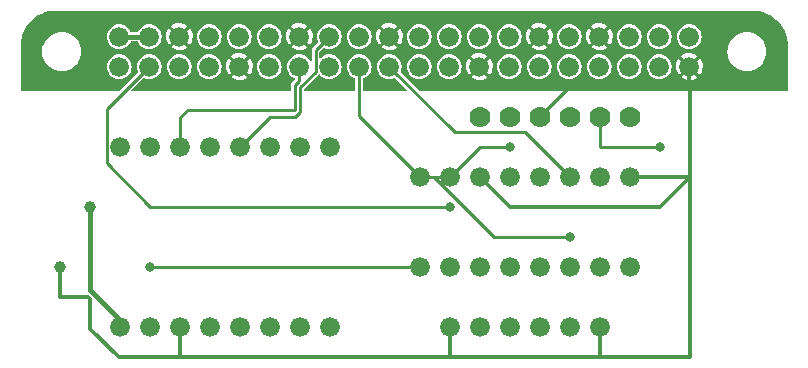
<source format=gbr>
%TF.GenerationSoftware,KiCad,Pcbnew,(6.0.7-1)-1*%
%TF.CreationDate,2022-08-15T15:20:02-07:00*%
%TF.ProjectId,KamiPCB,4b616d69-5043-4422-9e6b-696361645f70,rev?*%
%TF.SameCoordinates,Original*%
%TF.FileFunction,Copper,L2,Bot*%
%TF.FilePolarity,Positive*%
%FSLAX46Y46*%
G04 Gerber Fmt 4.6, Leading zero omitted, Abs format (unit mm)*
G04 Created by KiCad (PCBNEW (6.0.7-1)-1) date 2022-08-15 15:20:02*
%MOMM*%
%LPD*%
G01*
G04 APERTURE LIST*
%TA.AperFunction,ComponentPad*%
%ADD10C,1.676400*%
%TD*%
%TA.AperFunction,ComponentPad*%
%ADD11C,1.778000*%
%TD*%
%TA.AperFunction,ViaPad*%
%ADD12C,0.800000*%
%TD*%
%TA.AperFunction,ViaPad*%
%ADD13C,1.000000*%
%TD*%
%TA.AperFunction,Conductor*%
%ADD14C,0.250000*%
%TD*%
%TA.AperFunction,Conductor*%
%ADD15C,0.350000*%
%TD*%
%TA.AperFunction,Conductor*%
%ADD16C,0.406400*%
%TD*%
%TA.AperFunction,Conductor*%
%ADD17C,0.254000*%
%TD*%
G04 APERTURE END LIST*
D10*
%TO.P,,*%
%TO.N,AN2*%
X162560000Y-116840000D03*
%TD*%
%TO.P,,*%
%TO.N,CH1*%
X157480000Y-116840000D03*
%TD*%
%TO.P,,*%
%TO.N,CH0*%
X149860000Y-111760000D03*
%TD*%
%TO.P,,*%
%TO.N,GPIO16*%
X165100000Y-104140000D03*
%TD*%
%TO.P,,11*%
%TO.N,GPIO24*%
X137160000Y-101600000D03*
%TD*%
%TO.P,,13*%
%TO.N,GPIO17*%
X132080000Y-101600000D03*
%TD*%
%TO.P,,*%
%TO.N,CH1*%
X152400000Y-111760000D03*
%TD*%
%TO.P,,*%
%TO.N,3.3V*%
X149860000Y-104140000D03*
%TD*%
%TO.P,,*%
%TO.N,CH2*%
X160020000Y-116840000D03*
%TD*%
%TO.P,,*%
%TO.N,CH2*%
X154940000Y-111760000D03*
%TD*%
%TO.P,,3*%
%TO.N,N/C*%
X137160000Y-116840000D03*
%TD*%
%TO.P,,CH3*%
%TO.N,N/C*%
X157480000Y-111760000D03*
%TD*%
%TO.P,,6*%
%TO.N,GND*%
X129540000Y-116840000D03*
%TD*%
%TO.P,RPI1,1*%
%TO.N,3.3V*%
X124370757Y-94773271D03*
%TO.P,RPI1,2*%
%TO.N,5.0V*%
X124370757Y-92233271D03*
%TO.P,RPI1,3*%
%TO.N,SDA*%
X126910757Y-94773271D03*
%TO.P,RPI1,4*%
%TO.N,5.0V*%
X126910757Y-92233271D03*
%TO.P,RPI1,5*%
%TO.N,SCL*%
X129450757Y-94773271D03*
%TO.P,RPI1,6*%
%TO.N,GND*%
X129450757Y-92233271D03*
%TO.P,RPI1,7*%
%TO.N,GPIO4*%
X131990757Y-94773271D03*
%TO.P,RPI1,8*%
%TO.N,TXD*%
X131990757Y-92233271D03*
%TO.P,RPI1,9*%
%TO.N,GND*%
X134530757Y-94773271D03*
%TO.P,RPI1,10*%
%TO.N,RXD*%
X134530757Y-92233271D03*
%TO.P,RPI1,11*%
%TO.N,GPIO17*%
X137070757Y-94773271D03*
%TO.P,RPI1,12*%
%TO.N,GPIO18*%
X137070757Y-92233271D03*
%TO.P,RPI1,13*%
%TO.N,GPIO27*%
X139610757Y-94773271D03*
%TO.P,RPI1,14*%
%TO.N,GND*%
X139610757Y-92233271D03*
%TO.P,RPI1,15*%
%TO.N,GPIO22*%
X142150757Y-94773271D03*
%TO.P,RPI1,16*%
%TO.N,GPIO23*%
X142150757Y-92233271D03*
%TO.P,RPI1,17*%
%TO.N,3.3V*%
X144690757Y-94773271D03*
%TO.P,RPI1,18*%
%TO.N,GPIO24*%
X144690757Y-92233271D03*
%TO.P,RPI1,19*%
%TO.N,SPI_MOSI*%
X147230757Y-94773271D03*
%TO.P,RPI1,20*%
%TO.N,GND*%
X147230757Y-92233271D03*
%TO.P,RPI1,21*%
%TO.N,SPI_MISO*%
X149770757Y-94773271D03*
%TO.P,RPI1,22*%
%TO.N,GPIO25*%
X149770757Y-92233271D03*
%TO.P,RPI1,23*%
%TO.N,SPI_SCLK*%
X152310757Y-94773271D03*
%TO.P,RPI1,24*%
%TO.N,SPI_CE0*%
X152310757Y-92233271D03*
%TO.P,RPI1,25*%
%TO.N,GND*%
X154850757Y-94773271D03*
%TO.P,RPI1,26*%
%TO.N,SPI_CE1*%
X154850757Y-92233271D03*
%TO.P,RPI1,27*%
%TO.N,EEDATA*%
X157390757Y-94773271D03*
%TO.P,RPI1,28*%
%TO.N,EECLK*%
X157390757Y-92233271D03*
%TO.P,RPI1,29*%
%TO.N,GPIO5*%
X159930757Y-94773271D03*
%TO.P,RPI1,30*%
%TO.N,GND*%
X159930757Y-92233271D03*
%TO.P,RPI1,31*%
%TO.N,GPIO6*%
X162470757Y-94773271D03*
%TO.P,RPI1,32*%
%TO.N,GPIO12*%
X162470757Y-92233271D03*
%TO.P,RPI1,33*%
%TO.N,GPIO13*%
X165010757Y-94773271D03*
%TO.P,RPI1,34*%
%TO.N,GND*%
X165010757Y-92233271D03*
%TO.P,RPI1,35*%
%TO.N,GPIO19*%
X167550757Y-94773271D03*
%TO.P,RPI1,36*%
%TO.N,GPIO16*%
X167550757Y-92233271D03*
%TO.P,RPI1,37*%
%TO.N,GPIO26*%
X170090757Y-94773271D03*
%TO.P,RPI1,38*%
%TO.N,GPIO20*%
X170090757Y-92233271D03*
%TO.P,RPI1,39*%
%TO.N,GND*%
X172630757Y-94773271D03*
%TO.P,RPI1,40*%
%TO.N,GPIO21*%
X172630757Y-92233271D03*
%TD*%
%TO.P,,15*%
%TO.N,GPIO22*%
X127000000Y-101600000D03*
%TD*%
%TO.P,,8*%
%TO.N,5.0V*%
X124460000Y-116840000D03*
%TD*%
%TO.P,,14*%
%TO.N,GPIO27*%
X129540000Y-101600000D03*
%TD*%
%TO.P,,39*%
%TO.N,GND*%
X167640000Y-104140000D03*
%TD*%
%TO.P,,*%
%TO.N,GND*%
X154940000Y-104140000D03*
%TD*%
%TO.P,,10*%
%TO.N,GPIO18*%
X139700000Y-101600000D03*
%TD*%
%TO.P,,16*%
%TO.N,GPIO13*%
X124460000Y-101600000D03*
%TD*%
%TO.P,,CH6*%
%TO.N,N/C*%
X165100000Y-111760000D03*
%TD*%
%TO.P,,*%
%TO.N,SPI_MISO*%
X160020000Y-104140000D03*
%TD*%
%TO.P,,*%
%TO.N,AN1*%
X154940000Y-116840000D03*
%TD*%
%TO.P,,*%
%TO.N,GND*%
X152400000Y-116840000D03*
%TD*%
%TO.P,,*%
%TO.N,3.3V*%
X152400000Y-104140000D03*
%TD*%
%TO.P,,CH4*%
%TO.N,N/C*%
X160020000Y-111760000D03*
%TD*%
%TO.P,,2*%
%TO.N,N/C*%
X139700000Y-116840000D03*
%TD*%
%TO.P,,CH7*%
%TO.N,N/C*%
X167640000Y-111760000D03*
%TD*%
%TO.P,,4*%
%TO.N,N/C*%
X134620000Y-116840000D03*
%TD*%
%TO.P,,*%
%TO.N,SPI_MOSI*%
X162560000Y-104140000D03*
%TD*%
%TO.P,,9*%
%TO.N,GND*%
X142240000Y-101600000D03*
%TD*%
D11*
%TO.P,JP1,1*%
%TO.N,N/C*%
X167640000Y-99060000D03*
%TO.P,JP1,2*%
%TO.N,SDA*%
X165100000Y-99060000D03*
%TO.P,JP1,3*%
%TO.N,SCL*%
X162560000Y-99060000D03*
%TO.P,JP1,4*%
%TO.N,GND*%
X160020000Y-99060000D03*
%TO.P,JP1,5*%
%TO.N,3.3V*%
X157480000Y-99060000D03*
%TO.P,JP1,6*%
%TO.N,N/C*%
X154940000Y-99060000D03*
%TD*%
D10*
%TO.P,,1*%
%TO.N,GND*%
X142240000Y-116840000D03*
%TD*%
%TO.P,,CH5*%
%TO.N,N/C*%
X162560000Y-111760000D03*
%TD*%
%TO.P,,12*%
%TO.N,GPIO23*%
X134620000Y-101600000D03*
%TD*%
%TO.P,,7*%
%TO.N,5.0V*%
X127000000Y-116840000D03*
%TD*%
%TO.P,,4*%
%TO.N,N/C*%
X132080000Y-116840000D03*
%TD*%
%TO.P,,*%
%TO.N,GND*%
X165100000Y-116840000D03*
%TD*%
%TO.P,,*%
%TO.N,SPI_SCLK*%
X157480000Y-104140000D03*
%TD*%
D12*
%TO.N,3.3V*%
X162560000Y-109220000D03*
%TO.N,CH0*%
X127000000Y-111760000D03*
%TO.N,SDA*%
X152400000Y-106680000D03*
X170180000Y-101600000D03*
D13*
%TO.N,5.0V*%
X121920000Y-106680000D03*
D12*
%TO.N,3.3V*%
X157480000Y-101600000D03*
D13*
%TO.N,GND*%
X119380000Y-111760000D03*
%TD*%
D14*
%TO.N,CH0*%
X127000000Y-111760000D02*
X149860000Y-111760000D01*
%TO.N,3.3V*%
X156125393Y-109220000D02*
X162560000Y-109220000D01*
X151045393Y-104140000D02*
X156125393Y-109220000D01*
X149860000Y-104140000D02*
X151045393Y-104140000D01*
D15*
%TO.N,GND*%
X165100000Y-119380000D02*
X172720000Y-119380000D01*
X152400000Y-119380000D02*
X165100000Y-119380000D01*
X165100000Y-119380000D02*
X165100000Y-116840000D01*
X129540000Y-119380000D02*
X152400000Y-119380000D01*
X152400000Y-119380000D02*
X152400000Y-116840000D01*
D14*
%TO.N,SDA*%
X170180000Y-101600000D02*
X165100000Y-101600000D01*
D15*
%TO.N,GND*%
X172720000Y-96698486D02*
X172720000Y-119380000D01*
X172630757Y-96609243D02*
X172720000Y-96698486D01*
X154940000Y-104140000D02*
X157480000Y-106680000D01*
X157480000Y-106680000D02*
X170180000Y-106680000D01*
X170180000Y-106680000D02*
X172720000Y-104140000D01*
X172720000Y-104140000D02*
X167640000Y-104140000D01*
D14*
%TO.N,SDA*%
X165100000Y-101600000D02*
X165100000Y-99060000D01*
X126910757Y-94773271D02*
X123293600Y-98390428D01*
X127000000Y-106680000D02*
X152400000Y-106680000D01*
X123293600Y-98390428D02*
X123293600Y-102973600D01*
X123293600Y-102973600D02*
X127000000Y-106680000D01*
D16*
%TO.N,5.0V*%
X124460000Y-116840000D02*
X124460000Y-116205000D01*
X124460000Y-116205000D02*
X121920000Y-113665000D01*
X121920000Y-113665000D02*
X121920000Y-106680000D01*
X124370757Y-92233271D02*
X126910757Y-92233271D01*
D17*
%TO.N,GPIO27*%
X139242800Y-96330622D02*
X139242800Y-98413422D01*
X130186578Y-98413422D02*
X129540000Y-99060000D01*
X139242800Y-98413422D02*
X130186578Y-98413422D01*
X139610757Y-95962665D02*
X139242800Y-96330622D01*
X129540000Y-99060000D02*
X129540000Y-101600000D01*
X139610757Y-94773271D02*
X139610757Y-95962665D01*
D14*
%TO.N,SPI_MOSI*%
X147230757Y-94773271D02*
X152783208Y-100325722D01*
X152783208Y-100325722D02*
X158745722Y-100325722D01*
X158745722Y-100325722D02*
X162560000Y-104140000D01*
%TO.N,3.3V*%
X144690757Y-94773271D02*
X144690757Y-98970757D01*
X144690757Y-98970757D02*
X149860000Y-104140000D01*
D17*
X154940000Y-101600000D02*
X157480000Y-101600000D01*
X152400000Y-104140000D02*
X154940000Y-101600000D01*
X149860000Y-104140000D02*
X152400000Y-104140000D01*
D15*
%TO.N,GND*%
X121920000Y-114487224D02*
X121920000Y-116972866D01*
X121920000Y-116972866D02*
X124327134Y-119380000D01*
D17*
X171288597Y-93431111D02*
X166208597Y-93431111D01*
D15*
X119380000Y-114300000D02*
X121732776Y-114300000D01*
X162470757Y-96609243D02*
X160020000Y-99060000D01*
X121732776Y-114300000D02*
X121920000Y-114487224D01*
X124327134Y-119380000D02*
X129540000Y-119380000D01*
D17*
X172630757Y-94773271D02*
X171288597Y-93431111D01*
D15*
X172630757Y-96609243D02*
X162470757Y-96609243D01*
D17*
X166208597Y-93431111D02*
X165010757Y-92233271D01*
D15*
X129540000Y-119380000D02*
X129540000Y-116840000D01*
X119380000Y-111760000D02*
X119380000Y-114300000D01*
X172630757Y-96609243D02*
X172630757Y-94773271D01*
D17*
%TO.N,GPIO23*%
X139700000Y-98609758D02*
X139700000Y-96520000D01*
X139249758Y-99060000D02*
X139700000Y-98609758D01*
X134620000Y-101600000D02*
X137160000Y-99060000D01*
X137160000Y-99060000D02*
X139249758Y-99060000D01*
X140982357Y-93401671D02*
X142150757Y-92233271D01*
X139700000Y-96520000D02*
X140982357Y-95237643D01*
X140982357Y-95237643D02*
X140982357Y-93401671D01*
%TD*%
%TA.AperFunction,Conductor*%
%TO.N,GND*%
G36*
X178000757Y-90030872D02*
G01*
X178005260Y-90029007D01*
X178009685Y-90029239D01*
X178126126Y-90035339D01*
X178308408Y-90044890D01*
X178314903Y-90045571D01*
X178475966Y-90071079D01*
X178615964Y-90093251D01*
X178622362Y-90094611D01*
X178803192Y-90143061D01*
X178916788Y-90173497D01*
X178922998Y-90175515D01*
X179079355Y-90235533D01*
X179207555Y-90284743D01*
X179213532Y-90287404D01*
X179485117Y-90425778D01*
X179490782Y-90429049D01*
X179746404Y-90595048D01*
X179751697Y-90598893D01*
X179988573Y-90790706D01*
X179993435Y-90795083D01*
X180208970Y-91010613D01*
X180213347Y-91015475D01*
X180405163Y-91252343D01*
X180409004Y-91257629D01*
X180575018Y-91513263D01*
X180578289Y-91518928D01*
X180716666Y-91790500D01*
X180719327Y-91796476D01*
X180828563Y-92081038D01*
X180830584Y-92087260D01*
X180865793Y-92218653D01*
X180907252Y-92373372D01*
X180909475Y-92381669D01*
X180910834Y-92388063D01*
X180922575Y-92462190D01*
X180958518Y-92689112D01*
X180959202Y-92695618D01*
X180974807Y-92993316D01*
X180975085Y-92998614D01*
X180973156Y-93003271D01*
X180975257Y-93008343D01*
X180975257Y-96783771D01*
X180956951Y-96827965D01*
X180912757Y-96846271D01*
X149794497Y-96846271D01*
X149750303Y-96827965D01*
X148197033Y-95274695D01*
X148178727Y-95230501D01*
X148185471Y-95205012D01*
X148184432Y-95204549D01*
X148185673Y-95201761D01*
X148187185Y-95199100D01*
X148251681Y-95005219D01*
X148255229Y-94977139D01*
X148277070Y-94804244D01*
X148277290Y-94802503D01*
X148277698Y-94773271D01*
X148276265Y-94758653D01*
X148723918Y-94758653D01*
X148724993Y-94771450D01*
X148740448Y-94955496D01*
X148741016Y-94962264D01*
X148797336Y-95158676D01*
X148890733Y-95340408D01*
X148919547Y-95376762D01*
X149015753Y-95498143D01*
X149015756Y-95498146D01*
X149017651Y-95500537D01*
X149173254Y-95632966D01*
X149351615Y-95732649D01*
X149545942Y-95795789D01*
X149748832Y-95819982D01*
X149751874Y-95819748D01*
X149751877Y-95819748D01*
X149949508Y-95804542D01*
X149949513Y-95804541D01*
X149952556Y-95804307D01*
X149963388Y-95801283D01*
X150146418Y-95750180D01*
X150146422Y-95750179D01*
X150149357Y-95749359D01*
X150331736Y-95657233D01*
X150334134Y-95655360D01*
X150334138Y-95655357D01*
X150418220Y-95589664D01*
X150492748Y-95531436D01*
X150519420Y-95500537D01*
X150544954Y-95470955D01*
X150626259Y-95376762D01*
X150727185Y-95199100D01*
X150791681Y-95005219D01*
X150795229Y-94977139D01*
X150817070Y-94804244D01*
X150817290Y-94802503D01*
X150817698Y-94773271D01*
X150816265Y-94758653D01*
X151263918Y-94758653D01*
X151264993Y-94771450D01*
X151280448Y-94955496D01*
X151281016Y-94962264D01*
X151337336Y-95158676D01*
X151430733Y-95340408D01*
X151459547Y-95376762D01*
X151555753Y-95498143D01*
X151555756Y-95498146D01*
X151557651Y-95500537D01*
X151713254Y-95632966D01*
X151891615Y-95732649D01*
X152085942Y-95795789D01*
X152288832Y-95819982D01*
X152291874Y-95819748D01*
X152291877Y-95819748D01*
X152489508Y-95804542D01*
X152489513Y-95804541D01*
X152492556Y-95804307D01*
X152503388Y-95801283D01*
X152686418Y-95750180D01*
X152686422Y-95750179D01*
X152689357Y-95749359D01*
X152820902Y-95682911D01*
X154161227Y-95682911D01*
X154163198Y-95687668D01*
X154301028Y-95779763D01*
X154306050Y-95782489D01*
X154493646Y-95863087D01*
X154499085Y-95864854D01*
X154698241Y-95909919D01*
X154703889Y-95910662D01*
X154907931Y-95918680D01*
X154913626Y-95918381D01*
X155115705Y-95889081D01*
X155121254Y-95887749D01*
X155314608Y-95822114D01*
X155319821Y-95819793D01*
X155497976Y-95720021D01*
X155502684Y-95716785D01*
X155534959Y-95689943D01*
X155539390Y-95681522D01*
X155537293Y-95674768D01*
X154859547Y-94997021D01*
X154850757Y-94993380D01*
X154841967Y-94997021D01*
X154164868Y-95674121D01*
X154161227Y-95682911D01*
X152820902Y-95682911D01*
X152871736Y-95657233D01*
X152874134Y-95655360D01*
X152874138Y-95655357D01*
X152958220Y-95589664D01*
X153032748Y-95531436D01*
X153059420Y-95500537D01*
X153084954Y-95470955D01*
X153166259Y-95376762D01*
X153267185Y-95199100D01*
X153331681Y-95005219D01*
X153335229Y-94977139D01*
X153357070Y-94804244D01*
X153357290Y-94802503D01*
X153357698Y-94773271D01*
X153355035Y-94746108D01*
X153704245Y-94746108D01*
X153717599Y-94949853D01*
X153718493Y-94955496D01*
X153768754Y-95153400D01*
X153770661Y-95158784D01*
X153856146Y-95344216D01*
X153858997Y-95349155D01*
X153935019Y-95456723D01*
X153943064Y-95461799D01*
X153948497Y-95460570D01*
X154627007Y-94782061D01*
X154630648Y-94773271D01*
X155070866Y-94773271D01*
X155074507Y-94782061D01*
X155750689Y-95458242D01*
X155759479Y-95461883D01*
X155766012Y-95459177D01*
X155794271Y-95425198D01*
X155797507Y-95420490D01*
X155897279Y-95242335D01*
X155899600Y-95237122D01*
X155965235Y-95043768D01*
X155966567Y-95038219D01*
X155996015Y-94835121D01*
X155996326Y-94831476D01*
X155997802Y-94775098D01*
X155997683Y-94771450D01*
X155996507Y-94758653D01*
X156343918Y-94758653D01*
X156344993Y-94771450D01*
X156360448Y-94955496D01*
X156361016Y-94962264D01*
X156417336Y-95158676D01*
X156510733Y-95340408D01*
X156539547Y-95376762D01*
X156635753Y-95498143D01*
X156635756Y-95498146D01*
X156637651Y-95500537D01*
X156793254Y-95632966D01*
X156971615Y-95732649D01*
X157165942Y-95795789D01*
X157368832Y-95819982D01*
X157371874Y-95819748D01*
X157371877Y-95819748D01*
X157569508Y-95804542D01*
X157569513Y-95804541D01*
X157572556Y-95804307D01*
X157583388Y-95801283D01*
X157766418Y-95750180D01*
X157766422Y-95750179D01*
X157769357Y-95749359D01*
X157951736Y-95657233D01*
X157954134Y-95655360D01*
X157954138Y-95655357D01*
X158038220Y-95589664D01*
X158112748Y-95531436D01*
X158139420Y-95500537D01*
X158164954Y-95470955D01*
X158246259Y-95376762D01*
X158347185Y-95199100D01*
X158411681Y-95005219D01*
X158415229Y-94977139D01*
X158437070Y-94804244D01*
X158437290Y-94802503D01*
X158437698Y-94773271D01*
X158436265Y-94758653D01*
X158883918Y-94758653D01*
X158884993Y-94771450D01*
X158900448Y-94955496D01*
X158901016Y-94962264D01*
X158957336Y-95158676D01*
X159050733Y-95340408D01*
X159079547Y-95376762D01*
X159175753Y-95498143D01*
X159175756Y-95498146D01*
X159177651Y-95500537D01*
X159333254Y-95632966D01*
X159511615Y-95732649D01*
X159705942Y-95795789D01*
X159908832Y-95819982D01*
X159911874Y-95819748D01*
X159911877Y-95819748D01*
X160109508Y-95804542D01*
X160109513Y-95804541D01*
X160112556Y-95804307D01*
X160123388Y-95801283D01*
X160306418Y-95750180D01*
X160306422Y-95750179D01*
X160309357Y-95749359D01*
X160491736Y-95657233D01*
X160494134Y-95655360D01*
X160494138Y-95655357D01*
X160578220Y-95589664D01*
X160652748Y-95531436D01*
X160679420Y-95500537D01*
X160704954Y-95470955D01*
X160786259Y-95376762D01*
X160887185Y-95199100D01*
X160951681Y-95005219D01*
X160955229Y-94977139D01*
X160977070Y-94804244D01*
X160977290Y-94802503D01*
X160977698Y-94773271D01*
X160976265Y-94758653D01*
X161423918Y-94758653D01*
X161424993Y-94771450D01*
X161440448Y-94955496D01*
X161441016Y-94962264D01*
X161497336Y-95158676D01*
X161590733Y-95340408D01*
X161619547Y-95376762D01*
X161715753Y-95498143D01*
X161715756Y-95498146D01*
X161717651Y-95500537D01*
X161873254Y-95632966D01*
X162051615Y-95732649D01*
X162245942Y-95795789D01*
X162448832Y-95819982D01*
X162451874Y-95819748D01*
X162451877Y-95819748D01*
X162649508Y-95804542D01*
X162649513Y-95804541D01*
X162652556Y-95804307D01*
X162663388Y-95801283D01*
X162846418Y-95750180D01*
X162846422Y-95750179D01*
X162849357Y-95749359D01*
X163031736Y-95657233D01*
X163034134Y-95655360D01*
X163034138Y-95655357D01*
X163118220Y-95589664D01*
X163192748Y-95531436D01*
X163219420Y-95500537D01*
X163244954Y-95470955D01*
X163326259Y-95376762D01*
X163427185Y-95199100D01*
X163491681Y-95005219D01*
X163495229Y-94977139D01*
X163517070Y-94804244D01*
X163517290Y-94802503D01*
X163517698Y-94773271D01*
X163516265Y-94758653D01*
X163963918Y-94758653D01*
X163964993Y-94771450D01*
X163980448Y-94955496D01*
X163981016Y-94962264D01*
X164037336Y-95158676D01*
X164130733Y-95340408D01*
X164159547Y-95376762D01*
X164255753Y-95498143D01*
X164255756Y-95498146D01*
X164257651Y-95500537D01*
X164413254Y-95632966D01*
X164591615Y-95732649D01*
X164785942Y-95795789D01*
X164988832Y-95819982D01*
X164991874Y-95819748D01*
X164991877Y-95819748D01*
X165189508Y-95804542D01*
X165189513Y-95804541D01*
X165192556Y-95804307D01*
X165203388Y-95801283D01*
X165386418Y-95750180D01*
X165386422Y-95750179D01*
X165389357Y-95749359D01*
X165571736Y-95657233D01*
X165574134Y-95655360D01*
X165574138Y-95655357D01*
X165658220Y-95589664D01*
X165732748Y-95531436D01*
X165759420Y-95500537D01*
X165784954Y-95470955D01*
X165866259Y-95376762D01*
X165967185Y-95199100D01*
X166031681Y-95005219D01*
X166035229Y-94977139D01*
X166057070Y-94804244D01*
X166057290Y-94802503D01*
X166057698Y-94773271D01*
X166056265Y-94758653D01*
X166503918Y-94758653D01*
X166504993Y-94771450D01*
X166520448Y-94955496D01*
X166521016Y-94962264D01*
X166577336Y-95158676D01*
X166670733Y-95340408D01*
X166699547Y-95376762D01*
X166795753Y-95498143D01*
X166795756Y-95498146D01*
X166797651Y-95500537D01*
X166953254Y-95632966D01*
X167131615Y-95732649D01*
X167325942Y-95795789D01*
X167528832Y-95819982D01*
X167531874Y-95819748D01*
X167531877Y-95819748D01*
X167729508Y-95804542D01*
X167729513Y-95804541D01*
X167732556Y-95804307D01*
X167743388Y-95801283D01*
X167926418Y-95750180D01*
X167926422Y-95750179D01*
X167929357Y-95749359D01*
X168111736Y-95657233D01*
X168114134Y-95655360D01*
X168114138Y-95655357D01*
X168198220Y-95589664D01*
X168272748Y-95531436D01*
X168299420Y-95500537D01*
X168324954Y-95470955D01*
X168406259Y-95376762D01*
X168507185Y-95199100D01*
X168571681Y-95005219D01*
X168575229Y-94977139D01*
X168597070Y-94804244D01*
X168597290Y-94802503D01*
X168597698Y-94773271D01*
X168596265Y-94758653D01*
X169043918Y-94758653D01*
X169044993Y-94771450D01*
X169060448Y-94955496D01*
X169061016Y-94962264D01*
X169117336Y-95158676D01*
X169210733Y-95340408D01*
X169239547Y-95376762D01*
X169335753Y-95498143D01*
X169335756Y-95498146D01*
X169337651Y-95500537D01*
X169493254Y-95632966D01*
X169671615Y-95732649D01*
X169865942Y-95795789D01*
X170068832Y-95819982D01*
X170071874Y-95819748D01*
X170071877Y-95819748D01*
X170269508Y-95804542D01*
X170269513Y-95804541D01*
X170272556Y-95804307D01*
X170283388Y-95801283D01*
X170466418Y-95750180D01*
X170466422Y-95750179D01*
X170469357Y-95749359D01*
X170600902Y-95682911D01*
X171941227Y-95682911D01*
X171943198Y-95687668D01*
X172081028Y-95779763D01*
X172086050Y-95782489D01*
X172273646Y-95863087D01*
X172279085Y-95864854D01*
X172478241Y-95909919D01*
X172483889Y-95910662D01*
X172687931Y-95918680D01*
X172693626Y-95918381D01*
X172895705Y-95889081D01*
X172901254Y-95887749D01*
X173094608Y-95822114D01*
X173099821Y-95819793D01*
X173277976Y-95720021D01*
X173282684Y-95716785D01*
X173314959Y-95689943D01*
X173319390Y-95681522D01*
X173317293Y-95674768D01*
X172639547Y-94997021D01*
X172630757Y-94993380D01*
X172621967Y-94997021D01*
X171944868Y-95674121D01*
X171941227Y-95682911D01*
X170600902Y-95682911D01*
X170651736Y-95657233D01*
X170654134Y-95655360D01*
X170654138Y-95655357D01*
X170738220Y-95589664D01*
X170812748Y-95531436D01*
X170839420Y-95500537D01*
X170864954Y-95470955D01*
X170946259Y-95376762D01*
X171047185Y-95199100D01*
X171111681Y-95005219D01*
X171115229Y-94977139D01*
X171137070Y-94804244D01*
X171137290Y-94802503D01*
X171137698Y-94773271D01*
X171135035Y-94746108D01*
X171484245Y-94746108D01*
X171497599Y-94949853D01*
X171498493Y-94955496D01*
X171548754Y-95153400D01*
X171550661Y-95158784D01*
X171636146Y-95344216D01*
X171638997Y-95349155D01*
X171715019Y-95456723D01*
X171723064Y-95461799D01*
X171728497Y-95460570D01*
X172407007Y-94782061D01*
X172410648Y-94773271D01*
X172850866Y-94773271D01*
X172854507Y-94782061D01*
X173530689Y-95458242D01*
X173539479Y-95461883D01*
X173546012Y-95459177D01*
X173574271Y-95425198D01*
X173577507Y-95420490D01*
X173677279Y-95242335D01*
X173679600Y-95237122D01*
X173745235Y-95043768D01*
X173746567Y-95038219D01*
X173776015Y-94835121D01*
X173776326Y-94831476D01*
X173777802Y-94775098D01*
X173777683Y-94771450D01*
X173758904Y-94567085D01*
X173757863Y-94561467D01*
X173702439Y-94364947D01*
X173700396Y-94359625D01*
X173610083Y-94176488D01*
X173607097Y-94171616D01*
X173546253Y-94090137D01*
X173538075Y-94085272D01*
X173532234Y-94086755D01*
X172854507Y-94764481D01*
X172850866Y-94773271D01*
X172410648Y-94773271D01*
X172407007Y-94764481D01*
X171731435Y-94088910D01*
X171722645Y-94085269D01*
X171716617Y-94087766D01*
X171670500Y-94146266D01*
X171667390Y-94151055D01*
X171572312Y-94331768D01*
X171570133Y-94337028D01*
X171509579Y-94532046D01*
X171508395Y-94537617D01*
X171484394Y-94740396D01*
X171484245Y-94746108D01*
X171135035Y-94746108D01*
X171117759Y-94569919D01*
X171058702Y-94374313D01*
X171013973Y-94290190D01*
X170964211Y-94196601D01*
X170964209Y-94196598D01*
X170962776Y-94193903D01*
X170833636Y-94035561D01*
X170676199Y-93905318D01*
X170673515Y-93903867D01*
X170673511Y-93903864D01*
X170597274Y-93862643D01*
X171941506Y-93862643D01*
X171945379Y-93872933D01*
X172621967Y-94549521D01*
X172630757Y-94553162D01*
X172639547Y-94549521D01*
X173318301Y-93870766D01*
X173321942Y-93861976D01*
X173320120Y-93857578D01*
X173153947Y-93752732D01*
X173148869Y-93750144D01*
X172959206Y-93674476D01*
X172953740Y-93672857D01*
X172753467Y-93633020D01*
X172747803Y-93632425D01*
X172543619Y-93629751D01*
X172537932Y-93630199D01*
X172336691Y-93664779D01*
X172331182Y-93666255D01*
X172139606Y-93736932D01*
X172134461Y-93739386D01*
X171958978Y-93843787D01*
X171954356Y-93847145D01*
X171945182Y-93855190D01*
X171941506Y-93862643D01*
X170597274Y-93862643D01*
X170499148Y-93809587D01*
X170496463Y-93808135D01*
X170348281Y-93762265D01*
X170304189Y-93748616D01*
X170304186Y-93748615D01*
X170301274Y-93747714D01*
X170298241Y-93747395D01*
X170298240Y-93747395D01*
X170222038Y-93739386D01*
X170098066Y-93726356D01*
X170095033Y-93726632D01*
X170095029Y-93726632D01*
X169983018Y-93736826D01*
X169894580Y-93744874D01*
X169891647Y-93745737D01*
X169891643Y-93745738D01*
X169742365Y-93789673D01*
X169698566Y-93802564D01*
X169517491Y-93897228D01*
X169358251Y-94025260D01*
X169226912Y-94181784D01*
X169128477Y-94360837D01*
X169066694Y-94555600D01*
X169043918Y-94758653D01*
X168596265Y-94758653D01*
X168577759Y-94569919D01*
X168518702Y-94374313D01*
X168473973Y-94290190D01*
X168424211Y-94196601D01*
X168424209Y-94196598D01*
X168422776Y-94193903D01*
X168293636Y-94035561D01*
X168136199Y-93905318D01*
X168133515Y-93903867D01*
X168133511Y-93903864D01*
X167959148Y-93809587D01*
X167956463Y-93808135D01*
X167808281Y-93762265D01*
X167764189Y-93748616D01*
X167764186Y-93748615D01*
X167761274Y-93747714D01*
X167758241Y-93747395D01*
X167758240Y-93747395D01*
X167682038Y-93739386D01*
X167558066Y-93726356D01*
X167555033Y-93726632D01*
X167555029Y-93726632D01*
X167443018Y-93736826D01*
X167354580Y-93744874D01*
X167351647Y-93745737D01*
X167351643Y-93745738D01*
X167202365Y-93789673D01*
X167158566Y-93802564D01*
X166977491Y-93897228D01*
X166818251Y-94025260D01*
X166686912Y-94181784D01*
X166588477Y-94360837D01*
X166526694Y-94555600D01*
X166503918Y-94758653D01*
X166056265Y-94758653D01*
X166037759Y-94569919D01*
X165978702Y-94374313D01*
X165933973Y-94290190D01*
X165884211Y-94196601D01*
X165884209Y-94196598D01*
X165882776Y-94193903D01*
X165753636Y-94035561D01*
X165596199Y-93905318D01*
X165593515Y-93903867D01*
X165593511Y-93903864D01*
X165419148Y-93809587D01*
X165416463Y-93808135D01*
X165268281Y-93762265D01*
X165224189Y-93748616D01*
X165224186Y-93748615D01*
X165221274Y-93747714D01*
X165218241Y-93747395D01*
X165218240Y-93747395D01*
X165142038Y-93739386D01*
X165018066Y-93726356D01*
X165015033Y-93726632D01*
X165015029Y-93726632D01*
X164903018Y-93736826D01*
X164814580Y-93744874D01*
X164811647Y-93745737D01*
X164811643Y-93745738D01*
X164662365Y-93789673D01*
X164618566Y-93802564D01*
X164437491Y-93897228D01*
X164278251Y-94025260D01*
X164146912Y-94181784D01*
X164048477Y-94360837D01*
X163986694Y-94555600D01*
X163963918Y-94758653D01*
X163516265Y-94758653D01*
X163497759Y-94569919D01*
X163438702Y-94374313D01*
X163393973Y-94290190D01*
X163344211Y-94196601D01*
X163344209Y-94196598D01*
X163342776Y-94193903D01*
X163213636Y-94035561D01*
X163056199Y-93905318D01*
X163053515Y-93903867D01*
X163053511Y-93903864D01*
X162879148Y-93809587D01*
X162876463Y-93808135D01*
X162728281Y-93762265D01*
X162684189Y-93748616D01*
X162684186Y-93748615D01*
X162681274Y-93747714D01*
X162678241Y-93747395D01*
X162678240Y-93747395D01*
X162602038Y-93739386D01*
X162478066Y-93726356D01*
X162475033Y-93726632D01*
X162475029Y-93726632D01*
X162363018Y-93736826D01*
X162274580Y-93744874D01*
X162271647Y-93745737D01*
X162271643Y-93745738D01*
X162122365Y-93789673D01*
X162078566Y-93802564D01*
X161897491Y-93897228D01*
X161738251Y-94025260D01*
X161606912Y-94181784D01*
X161508477Y-94360837D01*
X161446694Y-94555600D01*
X161423918Y-94758653D01*
X160976265Y-94758653D01*
X160957759Y-94569919D01*
X160898702Y-94374313D01*
X160853973Y-94290190D01*
X160804211Y-94196601D01*
X160804209Y-94196598D01*
X160802776Y-94193903D01*
X160673636Y-94035561D01*
X160516199Y-93905318D01*
X160513515Y-93903867D01*
X160513511Y-93903864D01*
X160339148Y-93809587D01*
X160336463Y-93808135D01*
X160188281Y-93762265D01*
X160144189Y-93748616D01*
X160144186Y-93748615D01*
X160141274Y-93747714D01*
X160138241Y-93747395D01*
X160138240Y-93747395D01*
X160062038Y-93739386D01*
X159938066Y-93726356D01*
X159935033Y-93726632D01*
X159935029Y-93726632D01*
X159823018Y-93736826D01*
X159734580Y-93744874D01*
X159731647Y-93745737D01*
X159731643Y-93745738D01*
X159582365Y-93789673D01*
X159538566Y-93802564D01*
X159357491Y-93897228D01*
X159198251Y-94025260D01*
X159066912Y-94181784D01*
X158968477Y-94360837D01*
X158906694Y-94555600D01*
X158883918Y-94758653D01*
X158436265Y-94758653D01*
X158417759Y-94569919D01*
X158358702Y-94374313D01*
X158313973Y-94290190D01*
X158264211Y-94196601D01*
X158264209Y-94196598D01*
X158262776Y-94193903D01*
X158133636Y-94035561D01*
X157976199Y-93905318D01*
X157973515Y-93903867D01*
X157973511Y-93903864D01*
X157799148Y-93809587D01*
X157796463Y-93808135D01*
X157648281Y-93762265D01*
X157604189Y-93748616D01*
X157604186Y-93748615D01*
X157601274Y-93747714D01*
X157598241Y-93747395D01*
X157598240Y-93747395D01*
X157522038Y-93739386D01*
X157398066Y-93726356D01*
X157395033Y-93726632D01*
X157395029Y-93726632D01*
X157283018Y-93736826D01*
X157194580Y-93744874D01*
X157191647Y-93745737D01*
X157191643Y-93745738D01*
X157042365Y-93789673D01*
X156998566Y-93802564D01*
X156817491Y-93897228D01*
X156658251Y-94025260D01*
X156526912Y-94181784D01*
X156428477Y-94360837D01*
X156366694Y-94555600D01*
X156343918Y-94758653D01*
X155996507Y-94758653D01*
X155978904Y-94567085D01*
X155977863Y-94561467D01*
X155922439Y-94364947D01*
X155920396Y-94359625D01*
X155830083Y-94176488D01*
X155827097Y-94171616D01*
X155766253Y-94090137D01*
X155758075Y-94085272D01*
X155752234Y-94086755D01*
X155074507Y-94764481D01*
X155070866Y-94773271D01*
X154630648Y-94773271D01*
X154627007Y-94764481D01*
X153951435Y-94088910D01*
X153942645Y-94085269D01*
X153936617Y-94087766D01*
X153890500Y-94146266D01*
X153887390Y-94151055D01*
X153792312Y-94331768D01*
X153790133Y-94337028D01*
X153729579Y-94532046D01*
X153728395Y-94537617D01*
X153704394Y-94740396D01*
X153704245Y-94746108D01*
X153355035Y-94746108D01*
X153337759Y-94569919D01*
X153278702Y-94374313D01*
X153233973Y-94290190D01*
X153184211Y-94196601D01*
X153184209Y-94196598D01*
X153182776Y-94193903D01*
X153053636Y-94035561D01*
X152896199Y-93905318D01*
X152893515Y-93903867D01*
X152893511Y-93903864D01*
X152817274Y-93862643D01*
X154161506Y-93862643D01*
X154165379Y-93872933D01*
X154841967Y-94549521D01*
X154850757Y-94553162D01*
X154859547Y-94549521D01*
X155538301Y-93870766D01*
X155541942Y-93861976D01*
X155540120Y-93857578D01*
X155373947Y-93752732D01*
X155368869Y-93750144D01*
X155179206Y-93674476D01*
X155173740Y-93672857D01*
X154973467Y-93633020D01*
X154967803Y-93632425D01*
X154763619Y-93629751D01*
X154757932Y-93630199D01*
X154556691Y-93664779D01*
X154551182Y-93666255D01*
X154359606Y-93736932D01*
X154354461Y-93739386D01*
X154178978Y-93843787D01*
X154174356Y-93847145D01*
X154165182Y-93855190D01*
X154161506Y-93862643D01*
X152817274Y-93862643D01*
X152719148Y-93809587D01*
X152716463Y-93808135D01*
X152568281Y-93762265D01*
X152524189Y-93748616D01*
X152524186Y-93748615D01*
X152521274Y-93747714D01*
X152518241Y-93747395D01*
X152518240Y-93747395D01*
X152442038Y-93739386D01*
X152318066Y-93726356D01*
X152315033Y-93726632D01*
X152315029Y-93726632D01*
X152203018Y-93736826D01*
X152114580Y-93744874D01*
X152111647Y-93745737D01*
X152111643Y-93745738D01*
X151962365Y-93789673D01*
X151918566Y-93802564D01*
X151737491Y-93897228D01*
X151578251Y-94025260D01*
X151446912Y-94181784D01*
X151348477Y-94360837D01*
X151286694Y-94555600D01*
X151263918Y-94758653D01*
X150816265Y-94758653D01*
X150797759Y-94569919D01*
X150738702Y-94374313D01*
X150693973Y-94290190D01*
X150644211Y-94196601D01*
X150644209Y-94196598D01*
X150642776Y-94193903D01*
X150513636Y-94035561D01*
X150356199Y-93905318D01*
X150353515Y-93903867D01*
X150353511Y-93903864D01*
X150179148Y-93809587D01*
X150176463Y-93808135D01*
X150028281Y-93762265D01*
X149984189Y-93748616D01*
X149984186Y-93748615D01*
X149981274Y-93747714D01*
X149978241Y-93747395D01*
X149978240Y-93747395D01*
X149902038Y-93739386D01*
X149778066Y-93726356D01*
X149775033Y-93726632D01*
X149775029Y-93726632D01*
X149663018Y-93736826D01*
X149574580Y-93744874D01*
X149571647Y-93745737D01*
X149571643Y-93745738D01*
X149422365Y-93789673D01*
X149378566Y-93802564D01*
X149197491Y-93897228D01*
X149038251Y-94025260D01*
X148906912Y-94181784D01*
X148808477Y-94360837D01*
X148746694Y-94555600D01*
X148723918Y-94758653D01*
X148276265Y-94758653D01*
X148257759Y-94569919D01*
X148198702Y-94374313D01*
X148153973Y-94290190D01*
X148104211Y-94196601D01*
X148104209Y-94196598D01*
X148102776Y-94193903D01*
X147973636Y-94035561D01*
X147816199Y-93905318D01*
X147813515Y-93903867D01*
X147813511Y-93903864D01*
X147639148Y-93809587D01*
X147636463Y-93808135D01*
X147488281Y-93762265D01*
X147444189Y-93748616D01*
X147444186Y-93748615D01*
X147441274Y-93747714D01*
X147438241Y-93747395D01*
X147438240Y-93747395D01*
X147362038Y-93739386D01*
X147238066Y-93726356D01*
X147235033Y-93726632D01*
X147235029Y-93726632D01*
X147123018Y-93736826D01*
X147034580Y-93744874D01*
X147031647Y-93745737D01*
X147031643Y-93745738D01*
X146882365Y-93789673D01*
X146838566Y-93802564D01*
X146657491Y-93897228D01*
X146498251Y-94025260D01*
X146366912Y-94181784D01*
X146268477Y-94360837D01*
X146206694Y-94555600D01*
X146183918Y-94758653D01*
X146184993Y-94771450D01*
X146200448Y-94955496D01*
X146201016Y-94962264D01*
X146257336Y-95158676D01*
X146350733Y-95340408D01*
X146379547Y-95376762D01*
X146475753Y-95498143D01*
X146475756Y-95498146D01*
X146477651Y-95500537D01*
X146633254Y-95632966D01*
X146811615Y-95732649D01*
X147005942Y-95795789D01*
X147208832Y-95819982D01*
X147211874Y-95819748D01*
X147211877Y-95819748D01*
X147409508Y-95804542D01*
X147409513Y-95804541D01*
X147412556Y-95804307D01*
X147423388Y-95801283D01*
X147606418Y-95750180D01*
X147606422Y-95750179D01*
X147609357Y-95749359D01*
X147629771Y-95739047D01*
X147657097Y-95725244D01*
X147704798Y-95721658D01*
X147729471Y-95736837D01*
X148732211Y-96739577D01*
X148750517Y-96783771D01*
X148732211Y-96827965D01*
X148688017Y-96846271D01*
X145081957Y-96846271D01*
X145037763Y-96827965D01*
X145019457Y-96783771D01*
X145019457Y-95810732D01*
X145037763Y-95766538D01*
X145063619Y-95751427D01*
X145063564Y-95751286D01*
X145064446Y-95750944D01*
X145065144Y-95750536D01*
X145066408Y-95750183D01*
X145066416Y-95750180D01*
X145069357Y-95749359D01*
X145072081Y-95747983D01*
X145072084Y-95747982D01*
X145249016Y-95658607D01*
X145251736Y-95657233D01*
X145254134Y-95655360D01*
X145254138Y-95655357D01*
X145338220Y-95589664D01*
X145412748Y-95531436D01*
X145439420Y-95500537D01*
X145464954Y-95470955D01*
X145546259Y-95376762D01*
X145647185Y-95199100D01*
X145711681Y-95005219D01*
X145715229Y-94977139D01*
X145737070Y-94804244D01*
X145737290Y-94802503D01*
X145737698Y-94773271D01*
X145717759Y-94569919D01*
X145658702Y-94374313D01*
X145613973Y-94290190D01*
X145564211Y-94196601D01*
X145564209Y-94196598D01*
X145562776Y-94193903D01*
X145433636Y-94035561D01*
X145276199Y-93905318D01*
X145273515Y-93903867D01*
X145273511Y-93903864D01*
X145099148Y-93809587D01*
X145096463Y-93808135D01*
X144948281Y-93762265D01*
X144904189Y-93748616D01*
X144904186Y-93748615D01*
X144901274Y-93747714D01*
X144898241Y-93747395D01*
X144898240Y-93747395D01*
X144822038Y-93739386D01*
X144698066Y-93726356D01*
X144695033Y-93726632D01*
X144695029Y-93726632D01*
X144583018Y-93736826D01*
X144494580Y-93744874D01*
X144491647Y-93745737D01*
X144491643Y-93745738D01*
X144342365Y-93789673D01*
X144298566Y-93802564D01*
X144117491Y-93897228D01*
X143958251Y-94025260D01*
X143826912Y-94181784D01*
X143728477Y-94360837D01*
X143666694Y-94555600D01*
X143643918Y-94758653D01*
X143644993Y-94771450D01*
X143660448Y-94955496D01*
X143661016Y-94962264D01*
X143717336Y-95158676D01*
X143810733Y-95340408D01*
X143839547Y-95376762D01*
X143935753Y-95498143D01*
X143935756Y-95498146D01*
X143937651Y-95500537D01*
X144093254Y-95632966D01*
X144271615Y-95732649D01*
X144284505Y-95736837D01*
X144318870Y-95748003D01*
X144355245Y-95779070D01*
X144362057Y-95807444D01*
X144362057Y-96783771D01*
X144343751Y-96827965D01*
X144299557Y-96846271D01*
X140093200Y-96846271D01*
X140049006Y-96827965D01*
X140030700Y-96783771D01*
X140030700Y-96682868D01*
X140049006Y-96638674D01*
X141204058Y-95483623D01*
X141208078Y-95479939D01*
X141235408Y-95457006D01*
X141239596Y-95453492D01*
X141244508Y-95444983D01*
X141282458Y-95415862D01*
X141329885Y-95422105D01*
X141347616Y-95437410D01*
X141397651Y-95500537D01*
X141553254Y-95632966D01*
X141731615Y-95732649D01*
X141925942Y-95795789D01*
X142128832Y-95819982D01*
X142131874Y-95819748D01*
X142131877Y-95819748D01*
X142329508Y-95804542D01*
X142329513Y-95804541D01*
X142332556Y-95804307D01*
X142343388Y-95801283D01*
X142526418Y-95750180D01*
X142526422Y-95750179D01*
X142529357Y-95749359D01*
X142711736Y-95657233D01*
X142714134Y-95655360D01*
X142714138Y-95655357D01*
X142798220Y-95589664D01*
X142872748Y-95531436D01*
X142899420Y-95500537D01*
X142924954Y-95470955D01*
X143006259Y-95376762D01*
X143107185Y-95199100D01*
X143171681Y-95005219D01*
X143175229Y-94977139D01*
X143197070Y-94804244D01*
X143197290Y-94802503D01*
X143197698Y-94773271D01*
X143177759Y-94569919D01*
X143118702Y-94374313D01*
X143073973Y-94290190D01*
X143024211Y-94196601D01*
X143024209Y-94196598D01*
X143022776Y-94193903D01*
X142893636Y-94035561D01*
X142736199Y-93905318D01*
X142733515Y-93903867D01*
X142733511Y-93903864D01*
X142559148Y-93809587D01*
X142556463Y-93808135D01*
X142408281Y-93762265D01*
X142364189Y-93748616D01*
X142364186Y-93748615D01*
X142361274Y-93747714D01*
X142358241Y-93747395D01*
X142358240Y-93747395D01*
X142282038Y-93739386D01*
X142158066Y-93726356D01*
X142155033Y-93726632D01*
X142155029Y-93726632D01*
X142043018Y-93736826D01*
X141954580Y-93744874D01*
X141951647Y-93745737D01*
X141951643Y-93745738D01*
X141802365Y-93789673D01*
X141758566Y-93802564D01*
X141577491Y-93897228D01*
X141575113Y-93899140D01*
X141420627Y-94023349D01*
X141420623Y-94023353D01*
X141418251Y-94025260D01*
X141418141Y-94025123D01*
X141374904Y-94042506D01*
X141330904Y-94023739D01*
X141313057Y-93980009D01*
X141313057Y-93564539D01*
X141331363Y-93520345D01*
X141348437Y-93503271D01*
X175845153Y-93503271D01*
X175865536Y-93762265D01*
X175926184Y-94014881D01*
X175927126Y-94017155D01*
X176024660Y-94252624D01*
X176024664Y-94252631D01*
X176025603Y-94254899D01*
X176026888Y-94256995D01*
X176026889Y-94256998D01*
X176100574Y-94377241D01*
X176161345Y-94476411D01*
X176162938Y-94478276D01*
X176162940Y-94478279D01*
X176228979Y-94555600D01*
X176330068Y-94673960D01*
X176331932Y-94675552D01*
X176482611Y-94804244D01*
X176527617Y-94842683D01*
X176529710Y-94843966D01*
X176529712Y-94843967D01*
X176727548Y-94965200D01*
X176749129Y-94978425D01*
X176751397Y-94979364D01*
X176751404Y-94979368D01*
X176893484Y-95038219D01*
X176989147Y-95077844D01*
X177241763Y-95138492D01*
X177299732Y-95143054D01*
X177434665Y-95153674D01*
X177434678Y-95153675D01*
X177435904Y-95153771D01*
X177565610Y-95153771D01*
X177566836Y-95153675D01*
X177566849Y-95153674D01*
X177701782Y-95143054D01*
X177759751Y-95138492D01*
X178012367Y-95077844D01*
X178108030Y-95038219D01*
X178250110Y-94979368D01*
X178250117Y-94979364D01*
X178252385Y-94978425D01*
X178273967Y-94965200D01*
X178471802Y-94843967D01*
X178471804Y-94843966D01*
X178473897Y-94842683D01*
X178518904Y-94804244D01*
X178669582Y-94675552D01*
X178671446Y-94673960D01*
X178772535Y-94555600D01*
X178838574Y-94478279D01*
X178838576Y-94478276D01*
X178840169Y-94476411D01*
X178900940Y-94377241D01*
X178974625Y-94256998D01*
X178974626Y-94256995D01*
X178975911Y-94254899D01*
X178976850Y-94252631D01*
X178976854Y-94252624D01*
X179074388Y-94017155D01*
X179075330Y-94014881D01*
X179135978Y-93762265D01*
X179156361Y-93503271D01*
X179135978Y-93244277D01*
X179075330Y-92991661D01*
X179044290Y-92916723D01*
X178976854Y-92753918D01*
X178976850Y-92753911D01*
X178975911Y-92751643D01*
X178941582Y-92695622D01*
X178841453Y-92532226D01*
X178841452Y-92532224D01*
X178840169Y-92530131D01*
X178787202Y-92468114D01*
X178673038Y-92334446D01*
X178671446Y-92332582D01*
X178541620Y-92221700D01*
X178475765Y-92165454D01*
X178475762Y-92165452D01*
X178473897Y-92163859D01*
X178343745Y-92084102D01*
X178254484Y-92029403D01*
X178254481Y-92029402D01*
X178252385Y-92028117D01*
X178250117Y-92027178D01*
X178250110Y-92027174D01*
X178014641Y-91929640D01*
X178014642Y-91929640D01*
X178012367Y-91928698D01*
X177759751Y-91868050D01*
X177701782Y-91863488D01*
X177566849Y-91852868D01*
X177566836Y-91852867D01*
X177565610Y-91852771D01*
X177435904Y-91852771D01*
X177434678Y-91852867D01*
X177434665Y-91852868D01*
X177299732Y-91863488D01*
X177241763Y-91868050D01*
X176989147Y-91928698D01*
X176986872Y-91929640D01*
X176986873Y-91929640D01*
X176751404Y-92027174D01*
X176751397Y-92027178D01*
X176749129Y-92028117D01*
X176747033Y-92029402D01*
X176747030Y-92029403D01*
X176657769Y-92084102D01*
X176527617Y-92163859D01*
X176525752Y-92165452D01*
X176525749Y-92165454D01*
X176459894Y-92221700D01*
X176330068Y-92332582D01*
X176328476Y-92334446D01*
X176214313Y-92468114D01*
X176161345Y-92530131D01*
X176160062Y-92532224D01*
X176160061Y-92532226D01*
X176059933Y-92695622D01*
X176025603Y-92751643D01*
X176024664Y-92753911D01*
X176024660Y-92753918D01*
X175957224Y-92916723D01*
X175926184Y-92991661D01*
X175865536Y-93244277D01*
X175845153Y-93503271D01*
X141348437Y-93503271D01*
X141651647Y-93200061D01*
X141695841Y-93181755D01*
X141726328Y-93189695D01*
X141728943Y-93191156D01*
X141728945Y-93191157D01*
X141731615Y-93192649D01*
X141925942Y-93255789D01*
X142128832Y-93279982D01*
X142131874Y-93279748D01*
X142131877Y-93279748D01*
X142329508Y-93264542D01*
X142329513Y-93264541D01*
X142332556Y-93264307D01*
X142348859Y-93259755D01*
X142526418Y-93210180D01*
X142526422Y-93210179D01*
X142529357Y-93209359D01*
X142711736Y-93117233D01*
X142714134Y-93115360D01*
X142714138Y-93115357D01*
X142798220Y-93049664D01*
X142872748Y-92991436D01*
X142899420Y-92960537D01*
X142924954Y-92930955D01*
X143006259Y-92836762D01*
X143098662Y-92674103D01*
X143105673Y-92661762D01*
X143105674Y-92661760D01*
X143107185Y-92659100D01*
X143171681Y-92465219D01*
X143177108Y-92422264D01*
X143197070Y-92264244D01*
X143197290Y-92262503D01*
X143197698Y-92233271D01*
X143196265Y-92218653D01*
X143643918Y-92218653D01*
X143644993Y-92231450D01*
X143660448Y-92415496D01*
X143661016Y-92422264D01*
X143717336Y-92618676D01*
X143752235Y-92686582D01*
X143786841Y-92753918D01*
X143810733Y-92800408D01*
X143839547Y-92836762D01*
X143935753Y-92958143D01*
X143935756Y-92958146D01*
X143937651Y-92960537D01*
X143939975Y-92962515D01*
X143939977Y-92962517D01*
X144001359Y-93014757D01*
X144093254Y-93092966D01*
X144095924Y-93094458D01*
X144268944Y-93191156D01*
X144271615Y-93192649D01*
X144465942Y-93255789D01*
X144668832Y-93279982D01*
X144671874Y-93279748D01*
X144671877Y-93279748D01*
X144869508Y-93264542D01*
X144869513Y-93264541D01*
X144872556Y-93264307D01*
X144888859Y-93259755D01*
X145066418Y-93210180D01*
X145066422Y-93210179D01*
X145069357Y-93209359D01*
X145200902Y-93142911D01*
X146541227Y-93142911D01*
X146543198Y-93147668D01*
X146681028Y-93239763D01*
X146686050Y-93242489D01*
X146873646Y-93323087D01*
X146879085Y-93324854D01*
X147078241Y-93369919D01*
X147083889Y-93370662D01*
X147287931Y-93378680D01*
X147293626Y-93378381D01*
X147495705Y-93349081D01*
X147501254Y-93347749D01*
X147694608Y-93282114D01*
X147699821Y-93279793D01*
X147877976Y-93180021D01*
X147882684Y-93176785D01*
X147914959Y-93149943D01*
X147919390Y-93141522D01*
X147917293Y-93134768D01*
X147239547Y-92457021D01*
X147230757Y-92453380D01*
X147221967Y-92457021D01*
X146544868Y-93134121D01*
X146541227Y-93142911D01*
X145200902Y-93142911D01*
X145251736Y-93117233D01*
X145254134Y-93115360D01*
X145254138Y-93115357D01*
X145338220Y-93049664D01*
X145412748Y-92991436D01*
X145439420Y-92960537D01*
X145464954Y-92930955D01*
X145546259Y-92836762D01*
X145638662Y-92674103D01*
X145645673Y-92661762D01*
X145645674Y-92661760D01*
X145647185Y-92659100D01*
X145711681Y-92465219D01*
X145717108Y-92422264D01*
X145737070Y-92264244D01*
X145737290Y-92262503D01*
X145737698Y-92233271D01*
X145735035Y-92206108D01*
X146084245Y-92206108D01*
X146097599Y-92409853D01*
X146098493Y-92415496D01*
X146148754Y-92613400D01*
X146150661Y-92618784D01*
X146236146Y-92804216D01*
X146238997Y-92809155D01*
X146315019Y-92916723D01*
X146323064Y-92921799D01*
X146328497Y-92920570D01*
X147007007Y-92242061D01*
X147010648Y-92233271D01*
X147450866Y-92233271D01*
X147454507Y-92242061D01*
X148130689Y-92918242D01*
X148139479Y-92921883D01*
X148146012Y-92919177D01*
X148174271Y-92885198D01*
X148177507Y-92880490D01*
X148277279Y-92702335D01*
X148279600Y-92697122D01*
X148345235Y-92503768D01*
X148346567Y-92498219D01*
X148376015Y-92295121D01*
X148376326Y-92291476D01*
X148377802Y-92235098D01*
X148377683Y-92231450D01*
X148376507Y-92218653D01*
X148723918Y-92218653D01*
X148724993Y-92231450D01*
X148740448Y-92415496D01*
X148741016Y-92422264D01*
X148797336Y-92618676D01*
X148832235Y-92686582D01*
X148866841Y-92753918D01*
X148890733Y-92800408D01*
X148919547Y-92836762D01*
X149015753Y-92958143D01*
X149015756Y-92958146D01*
X149017651Y-92960537D01*
X149019975Y-92962515D01*
X149019977Y-92962517D01*
X149081359Y-93014757D01*
X149173254Y-93092966D01*
X149175924Y-93094458D01*
X149348944Y-93191156D01*
X149351615Y-93192649D01*
X149545942Y-93255789D01*
X149748832Y-93279982D01*
X149751874Y-93279748D01*
X149751877Y-93279748D01*
X149949508Y-93264542D01*
X149949513Y-93264541D01*
X149952556Y-93264307D01*
X149968859Y-93259755D01*
X150146418Y-93210180D01*
X150146422Y-93210179D01*
X150149357Y-93209359D01*
X150331736Y-93117233D01*
X150334134Y-93115360D01*
X150334138Y-93115357D01*
X150418220Y-93049664D01*
X150492748Y-92991436D01*
X150519420Y-92960537D01*
X150544954Y-92930955D01*
X150626259Y-92836762D01*
X150718662Y-92674103D01*
X150725673Y-92661762D01*
X150725674Y-92661760D01*
X150727185Y-92659100D01*
X150791681Y-92465219D01*
X150797108Y-92422264D01*
X150817070Y-92264244D01*
X150817290Y-92262503D01*
X150817698Y-92233271D01*
X150816265Y-92218653D01*
X151263918Y-92218653D01*
X151264993Y-92231450D01*
X151280448Y-92415496D01*
X151281016Y-92422264D01*
X151337336Y-92618676D01*
X151372235Y-92686582D01*
X151406841Y-92753918D01*
X151430733Y-92800408D01*
X151459547Y-92836762D01*
X151555753Y-92958143D01*
X151555756Y-92958146D01*
X151557651Y-92960537D01*
X151559975Y-92962515D01*
X151559977Y-92962517D01*
X151621359Y-93014757D01*
X151713254Y-93092966D01*
X151715924Y-93094458D01*
X151888944Y-93191156D01*
X151891615Y-93192649D01*
X152085942Y-93255789D01*
X152288832Y-93279982D01*
X152291874Y-93279748D01*
X152291877Y-93279748D01*
X152489508Y-93264542D01*
X152489513Y-93264541D01*
X152492556Y-93264307D01*
X152508859Y-93259755D01*
X152686418Y-93210180D01*
X152686422Y-93210179D01*
X152689357Y-93209359D01*
X152871736Y-93117233D01*
X152874134Y-93115360D01*
X152874138Y-93115357D01*
X152958220Y-93049664D01*
X153032748Y-92991436D01*
X153059420Y-92960537D01*
X153084954Y-92930955D01*
X153166259Y-92836762D01*
X153258662Y-92674103D01*
X153265673Y-92661762D01*
X153265674Y-92661760D01*
X153267185Y-92659100D01*
X153331681Y-92465219D01*
X153337108Y-92422264D01*
X153357070Y-92264244D01*
X153357290Y-92262503D01*
X153357698Y-92233271D01*
X153356265Y-92218653D01*
X153803918Y-92218653D01*
X153804993Y-92231450D01*
X153820448Y-92415496D01*
X153821016Y-92422264D01*
X153877336Y-92618676D01*
X153912235Y-92686582D01*
X153946841Y-92753918D01*
X153970733Y-92800408D01*
X153999547Y-92836762D01*
X154095753Y-92958143D01*
X154095756Y-92958146D01*
X154097651Y-92960537D01*
X154099975Y-92962515D01*
X154099977Y-92962517D01*
X154161359Y-93014757D01*
X154253254Y-93092966D01*
X154255924Y-93094458D01*
X154428944Y-93191156D01*
X154431615Y-93192649D01*
X154625942Y-93255789D01*
X154828832Y-93279982D01*
X154831874Y-93279748D01*
X154831877Y-93279748D01*
X155029508Y-93264542D01*
X155029513Y-93264541D01*
X155032556Y-93264307D01*
X155048859Y-93259755D01*
X155226418Y-93210180D01*
X155226422Y-93210179D01*
X155229357Y-93209359D01*
X155411736Y-93117233D01*
X155414134Y-93115360D01*
X155414138Y-93115357D01*
X155498220Y-93049664D01*
X155572748Y-92991436D01*
X155599420Y-92960537D01*
X155624954Y-92930955D01*
X155706259Y-92836762D01*
X155798662Y-92674103D01*
X155805673Y-92661762D01*
X155805674Y-92661760D01*
X155807185Y-92659100D01*
X155871681Y-92465219D01*
X155877108Y-92422264D01*
X155897070Y-92264244D01*
X155897290Y-92262503D01*
X155897698Y-92233271D01*
X155896265Y-92218653D01*
X156343918Y-92218653D01*
X156344993Y-92231450D01*
X156360448Y-92415496D01*
X156361016Y-92422264D01*
X156417336Y-92618676D01*
X156452235Y-92686582D01*
X156486841Y-92753918D01*
X156510733Y-92800408D01*
X156539547Y-92836762D01*
X156635753Y-92958143D01*
X156635756Y-92958146D01*
X156637651Y-92960537D01*
X156639975Y-92962515D01*
X156639977Y-92962517D01*
X156701359Y-93014757D01*
X156793254Y-93092966D01*
X156795924Y-93094458D01*
X156968944Y-93191156D01*
X156971615Y-93192649D01*
X157165942Y-93255789D01*
X157368832Y-93279982D01*
X157371874Y-93279748D01*
X157371877Y-93279748D01*
X157569508Y-93264542D01*
X157569513Y-93264541D01*
X157572556Y-93264307D01*
X157588859Y-93259755D01*
X157766418Y-93210180D01*
X157766422Y-93210179D01*
X157769357Y-93209359D01*
X157900902Y-93142911D01*
X159241227Y-93142911D01*
X159243198Y-93147668D01*
X159381028Y-93239763D01*
X159386050Y-93242489D01*
X159573646Y-93323087D01*
X159579085Y-93324854D01*
X159778241Y-93369919D01*
X159783889Y-93370662D01*
X159987931Y-93378680D01*
X159993626Y-93378381D01*
X160195705Y-93349081D01*
X160201254Y-93347749D01*
X160394608Y-93282114D01*
X160399821Y-93279793D01*
X160577976Y-93180021D01*
X160582684Y-93176785D01*
X160614959Y-93149943D01*
X160619390Y-93141522D01*
X160617293Y-93134768D01*
X159939547Y-92457021D01*
X159930757Y-92453380D01*
X159921967Y-92457021D01*
X159244868Y-93134121D01*
X159241227Y-93142911D01*
X157900902Y-93142911D01*
X157951736Y-93117233D01*
X157954134Y-93115360D01*
X157954138Y-93115357D01*
X158038220Y-93049664D01*
X158112748Y-92991436D01*
X158139420Y-92960537D01*
X158164954Y-92930955D01*
X158246259Y-92836762D01*
X158338662Y-92674103D01*
X158345673Y-92661762D01*
X158345674Y-92661760D01*
X158347185Y-92659100D01*
X158411681Y-92465219D01*
X158417108Y-92422264D01*
X158437070Y-92264244D01*
X158437290Y-92262503D01*
X158437698Y-92233271D01*
X158435035Y-92206108D01*
X158784245Y-92206108D01*
X158797599Y-92409853D01*
X158798493Y-92415496D01*
X158848754Y-92613400D01*
X158850661Y-92618784D01*
X158936146Y-92804216D01*
X158938997Y-92809155D01*
X159015019Y-92916723D01*
X159023064Y-92921799D01*
X159028497Y-92920570D01*
X159707007Y-92242061D01*
X159710648Y-92233271D01*
X160150866Y-92233271D01*
X160154507Y-92242061D01*
X160830689Y-92918242D01*
X160839479Y-92921883D01*
X160846012Y-92919177D01*
X160874271Y-92885198D01*
X160877507Y-92880490D01*
X160977279Y-92702335D01*
X160979600Y-92697122D01*
X161045235Y-92503768D01*
X161046567Y-92498219D01*
X161076015Y-92295121D01*
X161076326Y-92291476D01*
X161077802Y-92235098D01*
X161077683Y-92231450D01*
X161076507Y-92218653D01*
X161423918Y-92218653D01*
X161424993Y-92231450D01*
X161440448Y-92415496D01*
X161441016Y-92422264D01*
X161497336Y-92618676D01*
X161532235Y-92686582D01*
X161566841Y-92753918D01*
X161590733Y-92800408D01*
X161619547Y-92836762D01*
X161715753Y-92958143D01*
X161715756Y-92958146D01*
X161717651Y-92960537D01*
X161719975Y-92962515D01*
X161719977Y-92962517D01*
X161781359Y-93014757D01*
X161873254Y-93092966D01*
X161875924Y-93094458D01*
X162048944Y-93191156D01*
X162051615Y-93192649D01*
X162245942Y-93255789D01*
X162448832Y-93279982D01*
X162451874Y-93279748D01*
X162451877Y-93279748D01*
X162649508Y-93264542D01*
X162649513Y-93264541D01*
X162652556Y-93264307D01*
X162668859Y-93259755D01*
X162846418Y-93210180D01*
X162846422Y-93210179D01*
X162849357Y-93209359D01*
X162980902Y-93142911D01*
X164321227Y-93142911D01*
X164323198Y-93147668D01*
X164461028Y-93239763D01*
X164466050Y-93242489D01*
X164653646Y-93323087D01*
X164659085Y-93324854D01*
X164858241Y-93369919D01*
X164863889Y-93370662D01*
X165067931Y-93378680D01*
X165073626Y-93378381D01*
X165275705Y-93349081D01*
X165281254Y-93347749D01*
X165474608Y-93282114D01*
X165479821Y-93279793D01*
X165657976Y-93180021D01*
X165662684Y-93176785D01*
X165694959Y-93149943D01*
X165699390Y-93141522D01*
X165697293Y-93134768D01*
X165019547Y-92457021D01*
X165010757Y-92453380D01*
X165001967Y-92457021D01*
X164324868Y-93134121D01*
X164321227Y-93142911D01*
X162980902Y-93142911D01*
X163031736Y-93117233D01*
X163034134Y-93115360D01*
X163034138Y-93115357D01*
X163118220Y-93049664D01*
X163192748Y-92991436D01*
X163219420Y-92960537D01*
X163244954Y-92930955D01*
X163326259Y-92836762D01*
X163418662Y-92674103D01*
X163425673Y-92661762D01*
X163425674Y-92661760D01*
X163427185Y-92659100D01*
X163491681Y-92465219D01*
X163497108Y-92422264D01*
X163517070Y-92264244D01*
X163517290Y-92262503D01*
X163517698Y-92233271D01*
X163515035Y-92206108D01*
X163864245Y-92206108D01*
X163877599Y-92409853D01*
X163878493Y-92415496D01*
X163928754Y-92613400D01*
X163930661Y-92618784D01*
X164016146Y-92804216D01*
X164018997Y-92809155D01*
X164095019Y-92916723D01*
X164103064Y-92921799D01*
X164108497Y-92920570D01*
X164787007Y-92242061D01*
X164790648Y-92233271D01*
X165230866Y-92233271D01*
X165234507Y-92242061D01*
X165910689Y-92918242D01*
X165919479Y-92921883D01*
X165926012Y-92919177D01*
X165954271Y-92885198D01*
X165957507Y-92880490D01*
X166057279Y-92702335D01*
X166059600Y-92697122D01*
X166125235Y-92503768D01*
X166126567Y-92498219D01*
X166156015Y-92295121D01*
X166156326Y-92291476D01*
X166157802Y-92235098D01*
X166157683Y-92231450D01*
X166156507Y-92218653D01*
X166503918Y-92218653D01*
X166504993Y-92231450D01*
X166520448Y-92415496D01*
X166521016Y-92422264D01*
X166577336Y-92618676D01*
X166612235Y-92686582D01*
X166646841Y-92753918D01*
X166670733Y-92800408D01*
X166699547Y-92836762D01*
X166795753Y-92958143D01*
X166795756Y-92958146D01*
X166797651Y-92960537D01*
X166799975Y-92962515D01*
X166799977Y-92962517D01*
X166861359Y-93014757D01*
X166953254Y-93092966D01*
X166955924Y-93094458D01*
X167128944Y-93191156D01*
X167131615Y-93192649D01*
X167325942Y-93255789D01*
X167528832Y-93279982D01*
X167531874Y-93279748D01*
X167531877Y-93279748D01*
X167729508Y-93264542D01*
X167729513Y-93264541D01*
X167732556Y-93264307D01*
X167748859Y-93259755D01*
X167926418Y-93210180D01*
X167926422Y-93210179D01*
X167929357Y-93209359D01*
X168111736Y-93117233D01*
X168114134Y-93115360D01*
X168114138Y-93115357D01*
X168198220Y-93049664D01*
X168272748Y-92991436D01*
X168299420Y-92960537D01*
X168324954Y-92930955D01*
X168406259Y-92836762D01*
X168498662Y-92674103D01*
X168505673Y-92661762D01*
X168505674Y-92661760D01*
X168507185Y-92659100D01*
X168571681Y-92465219D01*
X168577108Y-92422264D01*
X168597070Y-92264244D01*
X168597290Y-92262503D01*
X168597698Y-92233271D01*
X168596265Y-92218653D01*
X169043918Y-92218653D01*
X169044993Y-92231450D01*
X169060448Y-92415496D01*
X169061016Y-92422264D01*
X169117336Y-92618676D01*
X169152235Y-92686582D01*
X169186841Y-92753918D01*
X169210733Y-92800408D01*
X169239547Y-92836762D01*
X169335753Y-92958143D01*
X169335756Y-92958146D01*
X169337651Y-92960537D01*
X169339975Y-92962515D01*
X169339977Y-92962517D01*
X169401359Y-93014757D01*
X169493254Y-93092966D01*
X169495924Y-93094458D01*
X169668944Y-93191156D01*
X169671615Y-93192649D01*
X169865942Y-93255789D01*
X170068832Y-93279982D01*
X170071874Y-93279748D01*
X170071877Y-93279748D01*
X170269508Y-93264542D01*
X170269513Y-93264541D01*
X170272556Y-93264307D01*
X170288859Y-93259755D01*
X170466418Y-93210180D01*
X170466422Y-93210179D01*
X170469357Y-93209359D01*
X170651736Y-93117233D01*
X170654134Y-93115360D01*
X170654138Y-93115357D01*
X170738220Y-93049664D01*
X170812748Y-92991436D01*
X170839420Y-92960537D01*
X170864954Y-92930955D01*
X170946259Y-92836762D01*
X171038662Y-92674103D01*
X171045673Y-92661762D01*
X171045674Y-92661760D01*
X171047185Y-92659100D01*
X171111681Y-92465219D01*
X171117108Y-92422264D01*
X171137070Y-92264244D01*
X171137290Y-92262503D01*
X171137698Y-92233271D01*
X171136265Y-92218653D01*
X171583918Y-92218653D01*
X171584993Y-92231450D01*
X171600448Y-92415496D01*
X171601016Y-92422264D01*
X171657336Y-92618676D01*
X171692235Y-92686582D01*
X171726841Y-92753918D01*
X171750733Y-92800408D01*
X171779547Y-92836762D01*
X171875753Y-92958143D01*
X171875756Y-92958146D01*
X171877651Y-92960537D01*
X171879975Y-92962515D01*
X171879977Y-92962517D01*
X171941359Y-93014757D01*
X172033254Y-93092966D01*
X172035924Y-93094458D01*
X172208944Y-93191156D01*
X172211615Y-93192649D01*
X172405942Y-93255789D01*
X172608832Y-93279982D01*
X172611874Y-93279748D01*
X172611877Y-93279748D01*
X172809508Y-93264542D01*
X172809513Y-93264541D01*
X172812556Y-93264307D01*
X172828859Y-93259755D01*
X173006418Y-93210180D01*
X173006422Y-93210179D01*
X173009357Y-93209359D01*
X173191736Y-93117233D01*
X173194134Y-93115360D01*
X173194138Y-93115357D01*
X173278220Y-93049664D01*
X173352748Y-92991436D01*
X173379420Y-92960537D01*
X173404954Y-92930955D01*
X173486259Y-92836762D01*
X173578662Y-92674103D01*
X173585673Y-92661762D01*
X173585674Y-92661760D01*
X173587185Y-92659100D01*
X173651681Y-92465219D01*
X173657108Y-92422264D01*
X173677070Y-92264244D01*
X173677290Y-92262503D01*
X173677698Y-92233271D01*
X173657759Y-92029919D01*
X173598702Y-91834313D01*
X173502776Y-91653903D01*
X173373636Y-91495561D01*
X173216199Y-91365318D01*
X173213515Y-91363867D01*
X173213511Y-91363864D01*
X173039148Y-91269587D01*
X173036463Y-91268135D01*
X172889008Y-91222490D01*
X172844189Y-91208616D01*
X172844186Y-91208615D01*
X172841274Y-91207714D01*
X172838241Y-91207395D01*
X172838240Y-91207395D01*
X172762038Y-91199386D01*
X172638066Y-91186356D01*
X172635033Y-91186632D01*
X172635029Y-91186632D01*
X172523018Y-91196826D01*
X172434580Y-91204874D01*
X172431647Y-91205737D01*
X172431643Y-91205738D01*
X172282365Y-91249673D01*
X172238566Y-91262564D01*
X172057491Y-91357228D01*
X171898251Y-91485260D01*
X171766912Y-91641784D01*
X171706864Y-91751011D01*
X171681860Y-91796494D01*
X171668477Y-91820837D01*
X171606694Y-92015600D01*
X171606353Y-92018638D01*
X171606353Y-92018639D01*
X171599012Y-92084090D01*
X171583918Y-92218653D01*
X171136265Y-92218653D01*
X171117759Y-92029919D01*
X171058702Y-91834313D01*
X170962776Y-91653903D01*
X170833636Y-91495561D01*
X170676199Y-91365318D01*
X170673515Y-91363867D01*
X170673511Y-91363864D01*
X170499148Y-91269587D01*
X170496463Y-91268135D01*
X170349008Y-91222490D01*
X170304189Y-91208616D01*
X170304186Y-91208615D01*
X170301274Y-91207714D01*
X170298241Y-91207395D01*
X170298240Y-91207395D01*
X170222038Y-91199386D01*
X170098066Y-91186356D01*
X170095033Y-91186632D01*
X170095029Y-91186632D01*
X169983018Y-91196826D01*
X169894580Y-91204874D01*
X169891647Y-91205737D01*
X169891643Y-91205738D01*
X169742365Y-91249673D01*
X169698566Y-91262564D01*
X169517491Y-91357228D01*
X169358251Y-91485260D01*
X169226912Y-91641784D01*
X169166864Y-91751011D01*
X169141860Y-91796494D01*
X169128477Y-91820837D01*
X169066694Y-92015600D01*
X169066353Y-92018638D01*
X169066353Y-92018639D01*
X169059012Y-92084090D01*
X169043918Y-92218653D01*
X168596265Y-92218653D01*
X168577759Y-92029919D01*
X168518702Y-91834313D01*
X168422776Y-91653903D01*
X168293636Y-91495561D01*
X168136199Y-91365318D01*
X168133515Y-91363867D01*
X168133511Y-91363864D01*
X167959148Y-91269587D01*
X167956463Y-91268135D01*
X167809008Y-91222490D01*
X167764189Y-91208616D01*
X167764186Y-91208615D01*
X167761274Y-91207714D01*
X167758241Y-91207395D01*
X167758240Y-91207395D01*
X167682038Y-91199386D01*
X167558066Y-91186356D01*
X167555033Y-91186632D01*
X167555029Y-91186632D01*
X167443018Y-91196826D01*
X167354580Y-91204874D01*
X167351647Y-91205737D01*
X167351643Y-91205738D01*
X167202365Y-91249673D01*
X167158566Y-91262564D01*
X166977491Y-91357228D01*
X166818251Y-91485260D01*
X166686912Y-91641784D01*
X166626864Y-91751011D01*
X166601860Y-91796494D01*
X166588477Y-91820837D01*
X166526694Y-92015600D01*
X166526353Y-92018638D01*
X166526353Y-92018639D01*
X166519012Y-92084090D01*
X166503918Y-92218653D01*
X166156507Y-92218653D01*
X166138904Y-92027085D01*
X166137863Y-92021467D01*
X166082439Y-91824947D01*
X166080396Y-91819625D01*
X165990083Y-91636488D01*
X165987097Y-91631616D01*
X165926253Y-91550137D01*
X165918075Y-91545272D01*
X165912234Y-91546755D01*
X165234507Y-92224481D01*
X165230866Y-92233271D01*
X164790648Y-92233271D01*
X164787007Y-92224481D01*
X164111435Y-91548910D01*
X164102645Y-91545269D01*
X164096617Y-91547766D01*
X164050500Y-91606266D01*
X164047390Y-91611055D01*
X163952312Y-91791768D01*
X163950133Y-91797028D01*
X163889579Y-91992046D01*
X163888395Y-91997617D01*
X163864394Y-92200396D01*
X163864245Y-92206108D01*
X163515035Y-92206108D01*
X163497759Y-92029919D01*
X163438702Y-91834313D01*
X163342776Y-91653903D01*
X163213636Y-91495561D01*
X163056199Y-91365318D01*
X163053515Y-91363867D01*
X163053511Y-91363864D01*
X162977274Y-91322643D01*
X164321506Y-91322643D01*
X164325379Y-91332933D01*
X165001967Y-92009521D01*
X165010757Y-92013162D01*
X165019547Y-92009521D01*
X165698301Y-91330766D01*
X165701942Y-91321976D01*
X165700120Y-91317578D01*
X165533947Y-91212732D01*
X165528869Y-91210144D01*
X165339206Y-91134476D01*
X165333740Y-91132857D01*
X165133467Y-91093020D01*
X165127803Y-91092425D01*
X164923619Y-91089751D01*
X164917932Y-91090199D01*
X164716691Y-91124779D01*
X164711182Y-91126255D01*
X164519606Y-91196932D01*
X164514461Y-91199386D01*
X164338978Y-91303787D01*
X164334356Y-91307145D01*
X164325182Y-91315190D01*
X164321506Y-91322643D01*
X162977274Y-91322643D01*
X162879148Y-91269587D01*
X162876463Y-91268135D01*
X162729008Y-91222490D01*
X162684189Y-91208616D01*
X162684186Y-91208615D01*
X162681274Y-91207714D01*
X162678241Y-91207395D01*
X162678240Y-91207395D01*
X162602038Y-91199386D01*
X162478066Y-91186356D01*
X162475033Y-91186632D01*
X162475029Y-91186632D01*
X162363018Y-91196826D01*
X162274580Y-91204874D01*
X162271647Y-91205737D01*
X162271643Y-91205738D01*
X162122365Y-91249673D01*
X162078566Y-91262564D01*
X161897491Y-91357228D01*
X161738251Y-91485260D01*
X161606912Y-91641784D01*
X161546864Y-91751011D01*
X161521860Y-91796494D01*
X161508477Y-91820837D01*
X161446694Y-92015600D01*
X161446353Y-92018638D01*
X161446353Y-92018639D01*
X161439012Y-92084090D01*
X161423918Y-92218653D01*
X161076507Y-92218653D01*
X161058904Y-92027085D01*
X161057863Y-92021467D01*
X161002439Y-91824947D01*
X161000396Y-91819625D01*
X160910083Y-91636488D01*
X160907097Y-91631616D01*
X160846253Y-91550137D01*
X160838075Y-91545272D01*
X160832234Y-91546755D01*
X160154507Y-92224481D01*
X160150866Y-92233271D01*
X159710648Y-92233271D01*
X159707007Y-92224481D01*
X159031435Y-91548910D01*
X159022645Y-91545269D01*
X159016617Y-91547766D01*
X158970500Y-91606266D01*
X158967390Y-91611055D01*
X158872312Y-91791768D01*
X158870133Y-91797028D01*
X158809579Y-91992046D01*
X158808395Y-91997617D01*
X158784394Y-92200396D01*
X158784245Y-92206108D01*
X158435035Y-92206108D01*
X158417759Y-92029919D01*
X158358702Y-91834313D01*
X158262776Y-91653903D01*
X158133636Y-91495561D01*
X157976199Y-91365318D01*
X157973515Y-91363867D01*
X157973511Y-91363864D01*
X157897274Y-91322643D01*
X159241506Y-91322643D01*
X159245379Y-91332933D01*
X159921967Y-92009521D01*
X159930757Y-92013162D01*
X159939547Y-92009521D01*
X160618301Y-91330766D01*
X160621942Y-91321976D01*
X160620120Y-91317578D01*
X160453947Y-91212732D01*
X160448869Y-91210144D01*
X160259206Y-91134476D01*
X160253740Y-91132857D01*
X160053467Y-91093020D01*
X160047803Y-91092425D01*
X159843619Y-91089751D01*
X159837932Y-91090199D01*
X159636691Y-91124779D01*
X159631182Y-91126255D01*
X159439606Y-91196932D01*
X159434461Y-91199386D01*
X159258978Y-91303787D01*
X159254356Y-91307145D01*
X159245182Y-91315190D01*
X159241506Y-91322643D01*
X157897274Y-91322643D01*
X157799148Y-91269587D01*
X157796463Y-91268135D01*
X157649008Y-91222490D01*
X157604189Y-91208616D01*
X157604186Y-91208615D01*
X157601274Y-91207714D01*
X157598241Y-91207395D01*
X157598240Y-91207395D01*
X157522038Y-91199386D01*
X157398066Y-91186356D01*
X157395033Y-91186632D01*
X157395029Y-91186632D01*
X157283018Y-91196826D01*
X157194580Y-91204874D01*
X157191647Y-91205737D01*
X157191643Y-91205738D01*
X157042365Y-91249673D01*
X156998566Y-91262564D01*
X156817491Y-91357228D01*
X156658251Y-91485260D01*
X156526912Y-91641784D01*
X156466864Y-91751011D01*
X156441860Y-91796494D01*
X156428477Y-91820837D01*
X156366694Y-92015600D01*
X156366353Y-92018638D01*
X156366353Y-92018639D01*
X156359012Y-92084090D01*
X156343918Y-92218653D01*
X155896265Y-92218653D01*
X155877759Y-92029919D01*
X155818702Y-91834313D01*
X155722776Y-91653903D01*
X155593636Y-91495561D01*
X155436199Y-91365318D01*
X155433515Y-91363867D01*
X155433511Y-91363864D01*
X155259148Y-91269587D01*
X155256463Y-91268135D01*
X155109008Y-91222490D01*
X155064189Y-91208616D01*
X155064186Y-91208615D01*
X155061274Y-91207714D01*
X155058241Y-91207395D01*
X155058240Y-91207395D01*
X154982038Y-91199386D01*
X154858066Y-91186356D01*
X154855033Y-91186632D01*
X154855029Y-91186632D01*
X154743018Y-91196826D01*
X154654580Y-91204874D01*
X154651647Y-91205737D01*
X154651643Y-91205738D01*
X154502365Y-91249673D01*
X154458566Y-91262564D01*
X154277491Y-91357228D01*
X154118251Y-91485260D01*
X153986912Y-91641784D01*
X153926864Y-91751011D01*
X153901860Y-91796494D01*
X153888477Y-91820837D01*
X153826694Y-92015600D01*
X153826353Y-92018638D01*
X153826353Y-92018639D01*
X153819012Y-92084090D01*
X153803918Y-92218653D01*
X153356265Y-92218653D01*
X153337759Y-92029919D01*
X153278702Y-91834313D01*
X153182776Y-91653903D01*
X153053636Y-91495561D01*
X152896199Y-91365318D01*
X152893515Y-91363867D01*
X152893511Y-91363864D01*
X152719148Y-91269587D01*
X152716463Y-91268135D01*
X152569008Y-91222490D01*
X152524189Y-91208616D01*
X152524186Y-91208615D01*
X152521274Y-91207714D01*
X152518241Y-91207395D01*
X152518240Y-91207395D01*
X152442038Y-91199386D01*
X152318066Y-91186356D01*
X152315033Y-91186632D01*
X152315029Y-91186632D01*
X152203018Y-91196826D01*
X152114580Y-91204874D01*
X152111647Y-91205737D01*
X152111643Y-91205738D01*
X151962365Y-91249673D01*
X151918566Y-91262564D01*
X151737491Y-91357228D01*
X151578251Y-91485260D01*
X151446912Y-91641784D01*
X151386864Y-91751011D01*
X151361860Y-91796494D01*
X151348477Y-91820837D01*
X151286694Y-92015600D01*
X151286353Y-92018638D01*
X151286353Y-92018639D01*
X151279012Y-92084090D01*
X151263918Y-92218653D01*
X150816265Y-92218653D01*
X150797759Y-92029919D01*
X150738702Y-91834313D01*
X150642776Y-91653903D01*
X150513636Y-91495561D01*
X150356199Y-91365318D01*
X150353515Y-91363867D01*
X150353511Y-91363864D01*
X150179148Y-91269587D01*
X150176463Y-91268135D01*
X150029008Y-91222490D01*
X149984189Y-91208616D01*
X149984186Y-91208615D01*
X149981274Y-91207714D01*
X149978241Y-91207395D01*
X149978240Y-91207395D01*
X149902038Y-91199386D01*
X149778066Y-91186356D01*
X149775033Y-91186632D01*
X149775029Y-91186632D01*
X149663018Y-91196826D01*
X149574580Y-91204874D01*
X149571647Y-91205737D01*
X149571643Y-91205738D01*
X149422365Y-91249673D01*
X149378566Y-91262564D01*
X149197491Y-91357228D01*
X149038251Y-91485260D01*
X148906912Y-91641784D01*
X148846864Y-91751011D01*
X148821860Y-91796494D01*
X148808477Y-91820837D01*
X148746694Y-92015600D01*
X148746353Y-92018638D01*
X148746353Y-92018639D01*
X148739012Y-92084090D01*
X148723918Y-92218653D01*
X148376507Y-92218653D01*
X148358904Y-92027085D01*
X148357863Y-92021467D01*
X148302439Y-91824947D01*
X148300396Y-91819625D01*
X148210083Y-91636488D01*
X148207097Y-91631616D01*
X148146253Y-91550137D01*
X148138075Y-91545272D01*
X148132234Y-91546755D01*
X147454507Y-92224481D01*
X147450866Y-92233271D01*
X147010648Y-92233271D01*
X147007007Y-92224481D01*
X146331435Y-91548910D01*
X146322645Y-91545269D01*
X146316617Y-91547766D01*
X146270500Y-91606266D01*
X146267390Y-91611055D01*
X146172312Y-91791768D01*
X146170133Y-91797028D01*
X146109579Y-91992046D01*
X146108395Y-91997617D01*
X146084394Y-92200396D01*
X146084245Y-92206108D01*
X145735035Y-92206108D01*
X145717759Y-92029919D01*
X145658702Y-91834313D01*
X145562776Y-91653903D01*
X145433636Y-91495561D01*
X145276199Y-91365318D01*
X145273515Y-91363867D01*
X145273511Y-91363864D01*
X145197274Y-91322643D01*
X146541506Y-91322643D01*
X146545379Y-91332933D01*
X147221967Y-92009521D01*
X147230757Y-92013162D01*
X147239547Y-92009521D01*
X147918301Y-91330766D01*
X147921942Y-91321976D01*
X147920120Y-91317578D01*
X147753947Y-91212732D01*
X147748869Y-91210144D01*
X147559206Y-91134476D01*
X147553740Y-91132857D01*
X147353467Y-91093020D01*
X147347803Y-91092425D01*
X147143619Y-91089751D01*
X147137932Y-91090199D01*
X146936691Y-91124779D01*
X146931182Y-91126255D01*
X146739606Y-91196932D01*
X146734461Y-91199386D01*
X146558978Y-91303787D01*
X146554356Y-91307145D01*
X146545182Y-91315190D01*
X146541506Y-91322643D01*
X145197274Y-91322643D01*
X145099148Y-91269587D01*
X145096463Y-91268135D01*
X144949008Y-91222490D01*
X144904189Y-91208616D01*
X144904186Y-91208615D01*
X144901274Y-91207714D01*
X144898241Y-91207395D01*
X144898240Y-91207395D01*
X144822038Y-91199386D01*
X144698066Y-91186356D01*
X144695033Y-91186632D01*
X144695029Y-91186632D01*
X144583018Y-91196826D01*
X144494580Y-91204874D01*
X144491647Y-91205737D01*
X144491643Y-91205738D01*
X144342365Y-91249673D01*
X144298566Y-91262564D01*
X144117491Y-91357228D01*
X143958251Y-91485260D01*
X143826912Y-91641784D01*
X143766864Y-91751011D01*
X143741860Y-91796494D01*
X143728477Y-91820837D01*
X143666694Y-92015600D01*
X143666353Y-92018638D01*
X143666353Y-92018639D01*
X143659012Y-92084090D01*
X143643918Y-92218653D01*
X143196265Y-92218653D01*
X143177759Y-92029919D01*
X143118702Y-91834313D01*
X143022776Y-91653903D01*
X142893636Y-91495561D01*
X142736199Y-91365318D01*
X142733515Y-91363867D01*
X142733511Y-91363864D01*
X142559148Y-91269587D01*
X142556463Y-91268135D01*
X142409008Y-91222490D01*
X142364189Y-91208616D01*
X142364186Y-91208615D01*
X142361274Y-91207714D01*
X142358241Y-91207395D01*
X142358240Y-91207395D01*
X142282038Y-91199386D01*
X142158066Y-91186356D01*
X142155033Y-91186632D01*
X142155029Y-91186632D01*
X142043018Y-91196826D01*
X141954580Y-91204874D01*
X141951647Y-91205737D01*
X141951643Y-91205738D01*
X141802365Y-91249673D01*
X141758566Y-91262564D01*
X141577491Y-91357228D01*
X141418251Y-91485260D01*
X141286912Y-91641784D01*
X141226864Y-91751011D01*
X141201860Y-91796494D01*
X141188477Y-91820837D01*
X141126694Y-92015600D01*
X141126353Y-92018638D01*
X141126353Y-92018639D01*
X141119012Y-92084090D01*
X141103918Y-92218653D01*
X141104993Y-92231450D01*
X141120448Y-92415496D01*
X141121016Y-92422264D01*
X141177336Y-92618676D01*
X141197354Y-92657627D01*
X141201273Y-92705301D01*
X141185959Y-92730389D01*
X140760662Y-93155686D01*
X140756642Y-93159370D01*
X140725118Y-93185822D01*
X140722385Y-93190556D01*
X140722384Y-93190557D01*
X140704543Y-93221457D01*
X140701614Y-93226054D01*
X140690531Y-93241883D01*
X140678017Y-93259755D01*
X140676603Y-93265033D01*
X140676322Y-93266080D01*
X140670081Y-93281148D01*
X140666806Y-93286820D01*
X140665857Y-93292204D01*
X140665856Y-93292206D01*
X140659661Y-93327341D01*
X140658481Y-93332663D01*
X140647833Y-93372404D01*
X140651179Y-93410653D01*
X140651419Y-93413394D01*
X140651657Y-93418841D01*
X140651657Y-94260848D01*
X140633351Y-94305042D01*
X140589157Y-94323348D01*
X140544963Y-94305042D01*
X140533973Y-94290190D01*
X140484211Y-94196601D01*
X140484209Y-94196598D01*
X140482776Y-94193903D01*
X140353636Y-94035561D01*
X140196199Y-93905318D01*
X140193515Y-93903867D01*
X140193511Y-93903864D01*
X140019148Y-93809587D01*
X140016463Y-93808135D01*
X139868281Y-93762265D01*
X139824189Y-93748616D01*
X139824186Y-93748615D01*
X139821274Y-93747714D01*
X139818241Y-93747395D01*
X139818240Y-93747395D01*
X139742038Y-93739386D01*
X139618066Y-93726356D01*
X139615033Y-93726632D01*
X139615029Y-93726632D01*
X139503018Y-93736826D01*
X139414580Y-93744874D01*
X139411647Y-93745737D01*
X139411643Y-93745738D01*
X139262365Y-93789673D01*
X139218566Y-93802564D01*
X139037491Y-93897228D01*
X138878251Y-94025260D01*
X138746912Y-94181784D01*
X138648477Y-94360837D01*
X138586694Y-94555600D01*
X138563918Y-94758653D01*
X138564993Y-94771450D01*
X138580448Y-94955496D01*
X138581016Y-94962264D01*
X138637336Y-95158676D01*
X138730733Y-95340408D01*
X138759547Y-95376762D01*
X138855753Y-95498143D01*
X138855756Y-95498146D01*
X138857651Y-95500537D01*
X139013254Y-95632966D01*
X139191615Y-95732649D01*
X139231589Y-95745637D01*
X139267963Y-95776704D01*
X139271716Y-95824392D01*
X139256469Y-95849272D01*
X139021105Y-96084637D01*
X139017085Y-96088321D01*
X138985561Y-96114773D01*
X138982828Y-96119507D01*
X138982827Y-96119508D01*
X138964986Y-96150408D01*
X138962057Y-96155005D01*
X138946054Y-96177861D01*
X138938460Y-96188706D01*
X138937046Y-96193984D01*
X138936765Y-96195031D01*
X138930524Y-96210099D01*
X138927249Y-96215771D01*
X138926300Y-96221155D01*
X138926299Y-96221157D01*
X138920104Y-96256292D01*
X138918924Y-96261614D01*
X138908276Y-96301355D01*
X138908753Y-96306802D01*
X138911862Y-96342345D01*
X138912100Y-96347792D01*
X138912100Y-96783771D01*
X138893794Y-96827965D01*
X138849600Y-96846271D01*
X125453497Y-96846271D01*
X125409303Y-96827965D01*
X125390997Y-96783771D01*
X125409303Y-96739577D01*
X126409833Y-95739047D01*
X126454027Y-95720741D01*
X126484516Y-95728682D01*
X126488945Y-95731157D01*
X126491615Y-95732649D01*
X126685942Y-95795789D01*
X126888832Y-95819982D01*
X126891874Y-95819748D01*
X126891877Y-95819748D01*
X127089508Y-95804542D01*
X127089513Y-95804541D01*
X127092556Y-95804307D01*
X127103388Y-95801283D01*
X127286418Y-95750180D01*
X127286422Y-95750179D01*
X127289357Y-95749359D01*
X127471736Y-95657233D01*
X127474134Y-95655360D01*
X127474138Y-95655357D01*
X127558220Y-95589664D01*
X127632748Y-95531436D01*
X127659420Y-95500537D01*
X127684954Y-95470955D01*
X127766259Y-95376762D01*
X127867185Y-95199100D01*
X127931681Y-95005219D01*
X127935229Y-94977139D01*
X127957070Y-94804244D01*
X127957290Y-94802503D01*
X127957698Y-94773271D01*
X127956265Y-94758653D01*
X128403918Y-94758653D01*
X128404993Y-94771450D01*
X128420448Y-94955496D01*
X128421016Y-94962264D01*
X128477336Y-95158676D01*
X128570733Y-95340408D01*
X128599547Y-95376762D01*
X128695753Y-95498143D01*
X128695756Y-95498146D01*
X128697651Y-95500537D01*
X128853254Y-95632966D01*
X129031615Y-95732649D01*
X129225942Y-95795789D01*
X129428832Y-95819982D01*
X129431874Y-95819748D01*
X129431877Y-95819748D01*
X129629508Y-95804542D01*
X129629513Y-95804541D01*
X129632556Y-95804307D01*
X129643388Y-95801283D01*
X129826418Y-95750180D01*
X129826422Y-95750179D01*
X129829357Y-95749359D01*
X130011736Y-95657233D01*
X130014134Y-95655360D01*
X130014138Y-95655357D01*
X130098220Y-95589664D01*
X130172748Y-95531436D01*
X130199420Y-95500537D01*
X130224954Y-95470955D01*
X130306259Y-95376762D01*
X130407185Y-95199100D01*
X130471681Y-95005219D01*
X130475229Y-94977139D01*
X130497070Y-94804244D01*
X130497290Y-94802503D01*
X130497698Y-94773271D01*
X130496265Y-94758653D01*
X130943918Y-94758653D01*
X130944993Y-94771450D01*
X130960448Y-94955496D01*
X130961016Y-94962264D01*
X131017336Y-95158676D01*
X131110733Y-95340408D01*
X131139547Y-95376762D01*
X131235753Y-95498143D01*
X131235756Y-95498146D01*
X131237651Y-95500537D01*
X131393254Y-95632966D01*
X131571615Y-95732649D01*
X131765942Y-95795789D01*
X131968832Y-95819982D01*
X131971874Y-95819748D01*
X131971877Y-95819748D01*
X132169508Y-95804542D01*
X132169513Y-95804541D01*
X132172556Y-95804307D01*
X132183388Y-95801283D01*
X132366418Y-95750180D01*
X132366422Y-95750179D01*
X132369357Y-95749359D01*
X132500902Y-95682911D01*
X133841227Y-95682911D01*
X133843198Y-95687668D01*
X133981028Y-95779763D01*
X133986050Y-95782489D01*
X134173646Y-95863087D01*
X134179085Y-95864854D01*
X134378241Y-95909919D01*
X134383889Y-95910662D01*
X134587931Y-95918680D01*
X134593626Y-95918381D01*
X134795705Y-95889081D01*
X134801254Y-95887749D01*
X134994608Y-95822114D01*
X134999821Y-95819793D01*
X135177976Y-95720021D01*
X135182684Y-95716785D01*
X135214959Y-95689943D01*
X135219390Y-95681522D01*
X135217293Y-95674768D01*
X134539547Y-94997021D01*
X134530757Y-94993380D01*
X134521967Y-94997021D01*
X133844868Y-95674121D01*
X133841227Y-95682911D01*
X132500902Y-95682911D01*
X132551736Y-95657233D01*
X132554134Y-95655360D01*
X132554138Y-95655357D01*
X132638220Y-95589664D01*
X132712748Y-95531436D01*
X132739420Y-95500537D01*
X132764954Y-95470955D01*
X132846259Y-95376762D01*
X132947185Y-95199100D01*
X133011681Y-95005219D01*
X133015229Y-94977139D01*
X133037070Y-94804244D01*
X133037290Y-94802503D01*
X133037698Y-94773271D01*
X133035035Y-94746108D01*
X133384245Y-94746108D01*
X133397599Y-94949853D01*
X133398493Y-94955496D01*
X133448754Y-95153400D01*
X133450661Y-95158784D01*
X133536146Y-95344216D01*
X133538997Y-95349155D01*
X133615019Y-95456723D01*
X133623064Y-95461799D01*
X133628497Y-95460570D01*
X134307007Y-94782061D01*
X134310648Y-94773271D01*
X134750866Y-94773271D01*
X134754507Y-94782061D01*
X135430689Y-95458242D01*
X135439479Y-95461883D01*
X135446012Y-95459177D01*
X135474271Y-95425198D01*
X135477507Y-95420490D01*
X135577279Y-95242335D01*
X135579600Y-95237122D01*
X135645235Y-95043768D01*
X135646567Y-95038219D01*
X135676015Y-94835121D01*
X135676326Y-94831476D01*
X135677802Y-94775098D01*
X135677683Y-94771450D01*
X135676507Y-94758653D01*
X136023918Y-94758653D01*
X136024993Y-94771450D01*
X136040448Y-94955496D01*
X136041016Y-94962264D01*
X136097336Y-95158676D01*
X136190733Y-95340408D01*
X136219547Y-95376762D01*
X136315753Y-95498143D01*
X136315756Y-95498146D01*
X136317651Y-95500537D01*
X136473254Y-95632966D01*
X136651615Y-95732649D01*
X136845942Y-95795789D01*
X137048832Y-95819982D01*
X137051874Y-95819748D01*
X137051877Y-95819748D01*
X137249508Y-95804542D01*
X137249513Y-95804541D01*
X137252556Y-95804307D01*
X137263388Y-95801283D01*
X137446418Y-95750180D01*
X137446422Y-95750179D01*
X137449357Y-95749359D01*
X137631736Y-95657233D01*
X137634134Y-95655360D01*
X137634138Y-95655357D01*
X137718220Y-95589664D01*
X137792748Y-95531436D01*
X137819420Y-95500537D01*
X137844954Y-95470955D01*
X137926259Y-95376762D01*
X138027185Y-95199100D01*
X138091681Y-95005219D01*
X138095229Y-94977139D01*
X138117070Y-94804244D01*
X138117290Y-94802503D01*
X138117698Y-94773271D01*
X138097759Y-94569919D01*
X138038702Y-94374313D01*
X137993973Y-94290190D01*
X137944211Y-94196601D01*
X137944209Y-94196598D01*
X137942776Y-94193903D01*
X137813636Y-94035561D01*
X137656199Y-93905318D01*
X137653515Y-93903867D01*
X137653511Y-93903864D01*
X137479148Y-93809587D01*
X137476463Y-93808135D01*
X137328281Y-93762265D01*
X137284189Y-93748616D01*
X137284186Y-93748615D01*
X137281274Y-93747714D01*
X137278241Y-93747395D01*
X137278240Y-93747395D01*
X137202038Y-93739386D01*
X137078066Y-93726356D01*
X137075033Y-93726632D01*
X137075029Y-93726632D01*
X136963018Y-93736826D01*
X136874580Y-93744874D01*
X136871647Y-93745737D01*
X136871643Y-93745738D01*
X136722365Y-93789673D01*
X136678566Y-93802564D01*
X136497491Y-93897228D01*
X136338251Y-94025260D01*
X136206912Y-94181784D01*
X136108477Y-94360837D01*
X136046694Y-94555600D01*
X136023918Y-94758653D01*
X135676507Y-94758653D01*
X135658904Y-94567085D01*
X135657863Y-94561467D01*
X135602439Y-94364947D01*
X135600396Y-94359625D01*
X135510083Y-94176488D01*
X135507097Y-94171616D01*
X135446253Y-94090137D01*
X135438075Y-94085272D01*
X135432234Y-94086755D01*
X134754507Y-94764481D01*
X134750866Y-94773271D01*
X134310648Y-94773271D01*
X134307007Y-94764481D01*
X133631435Y-94088910D01*
X133622645Y-94085269D01*
X133616617Y-94087766D01*
X133570500Y-94146266D01*
X133567390Y-94151055D01*
X133472312Y-94331768D01*
X133470133Y-94337028D01*
X133409579Y-94532046D01*
X133408395Y-94537617D01*
X133384394Y-94740396D01*
X133384245Y-94746108D01*
X133035035Y-94746108D01*
X133017759Y-94569919D01*
X132958702Y-94374313D01*
X132913973Y-94290190D01*
X132864211Y-94196601D01*
X132864209Y-94196598D01*
X132862776Y-94193903D01*
X132733636Y-94035561D01*
X132576199Y-93905318D01*
X132573515Y-93903867D01*
X132573511Y-93903864D01*
X132497274Y-93862643D01*
X133841506Y-93862643D01*
X133845379Y-93872933D01*
X134521967Y-94549521D01*
X134530757Y-94553162D01*
X134539547Y-94549521D01*
X135218301Y-93870766D01*
X135221942Y-93861976D01*
X135220120Y-93857578D01*
X135053947Y-93752732D01*
X135048869Y-93750144D01*
X134859206Y-93674476D01*
X134853740Y-93672857D01*
X134653467Y-93633020D01*
X134647803Y-93632425D01*
X134443619Y-93629751D01*
X134437932Y-93630199D01*
X134236691Y-93664779D01*
X134231182Y-93666255D01*
X134039606Y-93736932D01*
X134034461Y-93739386D01*
X133858978Y-93843787D01*
X133854356Y-93847145D01*
X133845182Y-93855190D01*
X133841506Y-93862643D01*
X132497274Y-93862643D01*
X132399148Y-93809587D01*
X132396463Y-93808135D01*
X132248281Y-93762265D01*
X132204189Y-93748616D01*
X132204186Y-93748615D01*
X132201274Y-93747714D01*
X132198241Y-93747395D01*
X132198240Y-93747395D01*
X132122038Y-93739386D01*
X131998066Y-93726356D01*
X131995033Y-93726632D01*
X131995029Y-93726632D01*
X131883018Y-93736826D01*
X131794580Y-93744874D01*
X131791647Y-93745737D01*
X131791643Y-93745738D01*
X131642365Y-93789673D01*
X131598566Y-93802564D01*
X131417491Y-93897228D01*
X131258251Y-94025260D01*
X131126912Y-94181784D01*
X131028477Y-94360837D01*
X130966694Y-94555600D01*
X130943918Y-94758653D01*
X130496265Y-94758653D01*
X130477759Y-94569919D01*
X130418702Y-94374313D01*
X130373973Y-94290190D01*
X130324211Y-94196601D01*
X130324209Y-94196598D01*
X130322776Y-94193903D01*
X130193636Y-94035561D01*
X130036199Y-93905318D01*
X130033515Y-93903867D01*
X130033511Y-93903864D01*
X129859148Y-93809587D01*
X129856463Y-93808135D01*
X129708281Y-93762265D01*
X129664189Y-93748616D01*
X129664186Y-93748615D01*
X129661274Y-93747714D01*
X129658241Y-93747395D01*
X129658240Y-93747395D01*
X129582038Y-93739386D01*
X129458066Y-93726356D01*
X129455033Y-93726632D01*
X129455029Y-93726632D01*
X129343018Y-93736826D01*
X129254580Y-93744874D01*
X129251647Y-93745737D01*
X129251643Y-93745738D01*
X129102365Y-93789673D01*
X129058566Y-93802564D01*
X128877491Y-93897228D01*
X128718251Y-94025260D01*
X128586912Y-94181784D01*
X128488477Y-94360837D01*
X128426694Y-94555600D01*
X128403918Y-94758653D01*
X127956265Y-94758653D01*
X127937759Y-94569919D01*
X127878702Y-94374313D01*
X127833973Y-94290190D01*
X127784211Y-94196601D01*
X127784209Y-94196598D01*
X127782776Y-94193903D01*
X127653636Y-94035561D01*
X127496199Y-93905318D01*
X127493515Y-93903867D01*
X127493511Y-93903864D01*
X127319148Y-93809587D01*
X127316463Y-93808135D01*
X127168281Y-93762265D01*
X127124189Y-93748616D01*
X127124186Y-93748615D01*
X127121274Y-93747714D01*
X127118241Y-93747395D01*
X127118240Y-93747395D01*
X127042038Y-93739386D01*
X126918066Y-93726356D01*
X126915033Y-93726632D01*
X126915029Y-93726632D01*
X126803018Y-93736826D01*
X126714580Y-93744874D01*
X126711647Y-93745737D01*
X126711643Y-93745738D01*
X126562365Y-93789673D01*
X126518566Y-93802564D01*
X126337491Y-93897228D01*
X126178251Y-94025260D01*
X126046912Y-94181784D01*
X125948477Y-94360837D01*
X125886694Y-94555600D01*
X125863918Y-94758653D01*
X125864993Y-94771450D01*
X125880448Y-94955496D01*
X125881016Y-94962264D01*
X125937336Y-95158676D01*
X125938731Y-95161390D01*
X125958314Y-95199495D01*
X125962233Y-95247169D01*
X125946919Y-95272257D01*
X124391211Y-96827965D01*
X124347017Y-96846271D01*
X116088757Y-96846271D01*
X116044563Y-96827965D01*
X116026257Y-96783771D01*
X116026257Y-93503271D01*
X117845153Y-93503271D01*
X117865536Y-93762265D01*
X117926184Y-94014881D01*
X117927126Y-94017155D01*
X118024660Y-94252624D01*
X118024664Y-94252631D01*
X118025603Y-94254899D01*
X118026888Y-94256995D01*
X118026889Y-94256998D01*
X118100574Y-94377241D01*
X118161345Y-94476411D01*
X118162938Y-94478276D01*
X118162940Y-94478279D01*
X118228979Y-94555600D01*
X118330068Y-94673960D01*
X118331932Y-94675552D01*
X118482611Y-94804244D01*
X118527617Y-94842683D01*
X118529710Y-94843966D01*
X118529712Y-94843967D01*
X118727548Y-94965200D01*
X118749129Y-94978425D01*
X118751397Y-94979364D01*
X118751404Y-94979368D01*
X118893484Y-95038219D01*
X118989147Y-95077844D01*
X119241763Y-95138492D01*
X119299732Y-95143054D01*
X119434665Y-95153674D01*
X119434678Y-95153675D01*
X119435904Y-95153771D01*
X119565610Y-95153771D01*
X119566836Y-95153675D01*
X119566849Y-95153674D01*
X119701782Y-95143054D01*
X119759751Y-95138492D01*
X120012367Y-95077844D01*
X120108030Y-95038219D01*
X120250110Y-94979368D01*
X120250117Y-94979364D01*
X120252385Y-94978425D01*
X120273967Y-94965200D01*
X120471802Y-94843967D01*
X120471804Y-94843966D01*
X120473897Y-94842683D01*
X120518904Y-94804244D01*
X120572284Y-94758653D01*
X123323918Y-94758653D01*
X123324993Y-94771450D01*
X123340448Y-94955496D01*
X123341016Y-94962264D01*
X123397336Y-95158676D01*
X123490733Y-95340408D01*
X123519547Y-95376762D01*
X123615753Y-95498143D01*
X123615756Y-95498146D01*
X123617651Y-95500537D01*
X123773254Y-95632966D01*
X123951615Y-95732649D01*
X124145942Y-95795789D01*
X124348832Y-95819982D01*
X124351874Y-95819748D01*
X124351877Y-95819748D01*
X124549508Y-95804542D01*
X124549513Y-95804541D01*
X124552556Y-95804307D01*
X124563388Y-95801283D01*
X124746418Y-95750180D01*
X124746422Y-95750179D01*
X124749357Y-95749359D01*
X124931736Y-95657233D01*
X124934134Y-95655360D01*
X124934138Y-95655357D01*
X125018220Y-95589664D01*
X125092748Y-95531436D01*
X125119420Y-95500537D01*
X125144954Y-95470955D01*
X125226259Y-95376762D01*
X125327185Y-95199100D01*
X125391681Y-95005219D01*
X125395229Y-94977139D01*
X125417070Y-94804244D01*
X125417290Y-94802503D01*
X125417698Y-94773271D01*
X125397759Y-94569919D01*
X125338702Y-94374313D01*
X125293973Y-94290190D01*
X125244211Y-94196601D01*
X125244209Y-94196598D01*
X125242776Y-94193903D01*
X125113636Y-94035561D01*
X124956199Y-93905318D01*
X124953515Y-93903867D01*
X124953511Y-93903864D01*
X124779148Y-93809587D01*
X124776463Y-93808135D01*
X124628281Y-93762265D01*
X124584189Y-93748616D01*
X124584186Y-93748615D01*
X124581274Y-93747714D01*
X124578241Y-93747395D01*
X124578240Y-93747395D01*
X124502038Y-93739386D01*
X124378066Y-93726356D01*
X124375033Y-93726632D01*
X124375029Y-93726632D01*
X124263018Y-93736826D01*
X124174580Y-93744874D01*
X124171647Y-93745737D01*
X124171643Y-93745738D01*
X124022365Y-93789673D01*
X123978566Y-93802564D01*
X123797491Y-93897228D01*
X123638251Y-94025260D01*
X123506912Y-94181784D01*
X123408477Y-94360837D01*
X123346694Y-94555600D01*
X123323918Y-94758653D01*
X120572284Y-94758653D01*
X120669582Y-94675552D01*
X120671446Y-94673960D01*
X120772535Y-94555600D01*
X120838574Y-94478279D01*
X120838576Y-94478276D01*
X120840169Y-94476411D01*
X120900940Y-94377241D01*
X120974625Y-94256998D01*
X120974626Y-94256995D01*
X120975911Y-94254899D01*
X120976850Y-94252631D01*
X120976854Y-94252624D01*
X121074388Y-94017155D01*
X121075330Y-94014881D01*
X121135978Y-93762265D01*
X121156361Y-93503271D01*
X121135978Y-93244277D01*
X121075330Y-92991661D01*
X121044290Y-92916723D01*
X120976854Y-92753918D01*
X120976850Y-92753911D01*
X120975911Y-92751643D01*
X120941582Y-92695622D01*
X120841453Y-92532226D01*
X120841452Y-92532224D01*
X120840169Y-92530131D01*
X120787202Y-92468114D01*
X120673038Y-92334446D01*
X120671446Y-92332582D01*
X120541620Y-92221700D01*
X120538052Y-92218653D01*
X123323918Y-92218653D01*
X123324993Y-92231450D01*
X123340448Y-92415496D01*
X123341016Y-92422264D01*
X123397336Y-92618676D01*
X123432235Y-92686582D01*
X123466841Y-92753918D01*
X123490733Y-92800408D01*
X123519547Y-92836762D01*
X123615753Y-92958143D01*
X123615756Y-92958146D01*
X123617651Y-92960537D01*
X123619975Y-92962515D01*
X123619977Y-92962517D01*
X123681359Y-93014757D01*
X123773254Y-93092966D01*
X123775924Y-93094458D01*
X123948944Y-93191156D01*
X123951615Y-93192649D01*
X124145942Y-93255789D01*
X124348832Y-93279982D01*
X124351874Y-93279748D01*
X124351877Y-93279748D01*
X124549508Y-93264542D01*
X124549513Y-93264541D01*
X124552556Y-93264307D01*
X124568859Y-93259755D01*
X124746418Y-93210180D01*
X124746422Y-93210179D01*
X124749357Y-93209359D01*
X124931736Y-93117233D01*
X124934134Y-93115360D01*
X124934138Y-93115357D01*
X125018220Y-93049664D01*
X125092748Y-92991436D01*
X125119420Y-92960537D01*
X125144954Y-92930955D01*
X125226259Y-92836762D01*
X125319971Y-92671799D01*
X125357716Y-92642415D01*
X125374313Y-92640171D01*
X125910233Y-92640171D01*
X125954427Y-92658477D01*
X125965820Y-92674101D01*
X126030733Y-92800408D01*
X126059547Y-92836762D01*
X126155753Y-92958143D01*
X126155756Y-92958146D01*
X126157651Y-92960537D01*
X126159975Y-92962515D01*
X126159977Y-92962517D01*
X126221359Y-93014757D01*
X126313254Y-93092966D01*
X126315924Y-93094458D01*
X126488944Y-93191156D01*
X126491615Y-93192649D01*
X126685942Y-93255789D01*
X126888832Y-93279982D01*
X126891874Y-93279748D01*
X126891877Y-93279748D01*
X127089508Y-93264542D01*
X127089513Y-93264541D01*
X127092556Y-93264307D01*
X127108859Y-93259755D01*
X127286418Y-93210180D01*
X127286422Y-93210179D01*
X127289357Y-93209359D01*
X127420902Y-93142911D01*
X128761227Y-93142911D01*
X128763198Y-93147668D01*
X128901028Y-93239763D01*
X128906050Y-93242489D01*
X129093646Y-93323087D01*
X129099085Y-93324854D01*
X129298241Y-93369919D01*
X129303889Y-93370662D01*
X129507931Y-93378680D01*
X129513626Y-93378381D01*
X129715705Y-93349081D01*
X129721254Y-93347749D01*
X129914608Y-93282114D01*
X129919821Y-93279793D01*
X130097976Y-93180021D01*
X130102684Y-93176785D01*
X130134959Y-93149943D01*
X130139390Y-93141522D01*
X130137293Y-93134768D01*
X129459547Y-92457021D01*
X129450757Y-92453380D01*
X129441967Y-92457021D01*
X128764868Y-93134121D01*
X128761227Y-93142911D01*
X127420902Y-93142911D01*
X127471736Y-93117233D01*
X127474134Y-93115360D01*
X127474138Y-93115357D01*
X127558220Y-93049664D01*
X127632748Y-92991436D01*
X127659420Y-92960537D01*
X127684954Y-92930955D01*
X127766259Y-92836762D01*
X127858662Y-92674103D01*
X127865673Y-92661762D01*
X127865674Y-92661760D01*
X127867185Y-92659100D01*
X127931681Y-92465219D01*
X127937108Y-92422264D01*
X127957070Y-92264244D01*
X127957290Y-92262503D01*
X127957698Y-92233271D01*
X127955035Y-92206108D01*
X128304245Y-92206108D01*
X128317599Y-92409853D01*
X128318493Y-92415496D01*
X128368754Y-92613400D01*
X128370661Y-92618784D01*
X128456146Y-92804216D01*
X128458997Y-92809155D01*
X128535019Y-92916723D01*
X128543064Y-92921799D01*
X128548497Y-92920570D01*
X129227007Y-92242061D01*
X129230648Y-92233271D01*
X129670866Y-92233271D01*
X129674507Y-92242061D01*
X130350689Y-92918242D01*
X130359479Y-92921883D01*
X130366012Y-92919177D01*
X130394271Y-92885198D01*
X130397507Y-92880490D01*
X130497279Y-92702335D01*
X130499600Y-92697122D01*
X130565235Y-92503768D01*
X130566567Y-92498219D01*
X130596015Y-92295121D01*
X130596326Y-92291476D01*
X130597802Y-92235098D01*
X130597683Y-92231450D01*
X130596507Y-92218653D01*
X130943918Y-92218653D01*
X130944993Y-92231450D01*
X130960448Y-92415496D01*
X130961016Y-92422264D01*
X131017336Y-92618676D01*
X131052235Y-92686582D01*
X131086841Y-92753918D01*
X131110733Y-92800408D01*
X131139547Y-92836762D01*
X131235753Y-92958143D01*
X131235756Y-92958146D01*
X131237651Y-92960537D01*
X131239975Y-92962515D01*
X131239977Y-92962517D01*
X131301359Y-93014757D01*
X131393254Y-93092966D01*
X131395924Y-93094458D01*
X131568944Y-93191156D01*
X131571615Y-93192649D01*
X131765942Y-93255789D01*
X131968832Y-93279982D01*
X131971874Y-93279748D01*
X131971877Y-93279748D01*
X132169508Y-93264542D01*
X132169513Y-93264541D01*
X132172556Y-93264307D01*
X132188859Y-93259755D01*
X132366418Y-93210180D01*
X132366422Y-93210179D01*
X132369357Y-93209359D01*
X132551736Y-93117233D01*
X132554134Y-93115360D01*
X132554138Y-93115357D01*
X132638220Y-93049664D01*
X132712748Y-92991436D01*
X132739420Y-92960537D01*
X132764954Y-92930955D01*
X132846259Y-92836762D01*
X132938662Y-92674103D01*
X132945673Y-92661762D01*
X132945674Y-92661760D01*
X132947185Y-92659100D01*
X133011681Y-92465219D01*
X133017108Y-92422264D01*
X133037070Y-92264244D01*
X133037290Y-92262503D01*
X133037698Y-92233271D01*
X133036265Y-92218653D01*
X133483918Y-92218653D01*
X133484993Y-92231450D01*
X133500448Y-92415496D01*
X133501016Y-92422264D01*
X133557336Y-92618676D01*
X133592235Y-92686582D01*
X133626841Y-92753918D01*
X133650733Y-92800408D01*
X133679547Y-92836762D01*
X133775753Y-92958143D01*
X133775756Y-92958146D01*
X133777651Y-92960537D01*
X133779975Y-92962515D01*
X133779977Y-92962517D01*
X133841359Y-93014757D01*
X133933254Y-93092966D01*
X133935924Y-93094458D01*
X134108944Y-93191156D01*
X134111615Y-93192649D01*
X134305942Y-93255789D01*
X134508832Y-93279982D01*
X134511874Y-93279748D01*
X134511877Y-93279748D01*
X134709508Y-93264542D01*
X134709513Y-93264541D01*
X134712556Y-93264307D01*
X134728859Y-93259755D01*
X134906418Y-93210180D01*
X134906422Y-93210179D01*
X134909357Y-93209359D01*
X135091736Y-93117233D01*
X135094134Y-93115360D01*
X135094138Y-93115357D01*
X135178220Y-93049664D01*
X135252748Y-92991436D01*
X135279420Y-92960537D01*
X135304954Y-92930955D01*
X135386259Y-92836762D01*
X135478662Y-92674103D01*
X135485673Y-92661762D01*
X135485674Y-92661760D01*
X135487185Y-92659100D01*
X135551681Y-92465219D01*
X135557108Y-92422264D01*
X135577070Y-92264244D01*
X135577290Y-92262503D01*
X135577698Y-92233271D01*
X135576265Y-92218653D01*
X136023918Y-92218653D01*
X136024993Y-92231450D01*
X136040448Y-92415496D01*
X136041016Y-92422264D01*
X136097336Y-92618676D01*
X136132235Y-92686582D01*
X136166841Y-92753918D01*
X136190733Y-92800408D01*
X136219547Y-92836762D01*
X136315753Y-92958143D01*
X136315756Y-92958146D01*
X136317651Y-92960537D01*
X136319975Y-92962515D01*
X136319977Y-92962517D01*
X136381359Y-93014757D01*
X136473254Y-93092966D01*
X136475924Y-93094458D01*
X136648944Y-93191156D01*
X136651615Y-93192649D01*
X136845942Y-93255789D01*
X137048832Y-93279982D01*
X137051874Y-93279748D01*
X137051877Y-93279748D01*
X137249508Y-93264542D01*
X137249513Y-93264541D01*
X137252556Y-93264307D01*
X137268859Y-93259755D01*
X137446418Y-93210180D01*
X137446422Y-93210179D01*
X137449357Y-93209359D01*
X137580902Y-93142911D01*
X138921227Y-93142911D01*
X138923198Y-93147668D01*
X139061028Y-93239763D01*
X139066050Y-93242489D01*
X139253646Y-93323087D01*
X139259085Y-93324854D01*
X139458241Y-93369919D01*
X139463889Y-93370662D01*
X139667931Y-93378680D01*
X139673626Y-93378381D01*
X139875705Y-93349081D01*
X139881254Y-93347749D01*
X140074608Y-93282114D01*
X140079821Y-93279793D01*
X140257976Y-93180021D01*
X140262684Y-93176785D01*
X140294959Y-93149943D01*
X140299390Y-93141522D01*
X140297293Y-93134768D01*
X139619547Y-92457021D01*
X139610757Y-92453380D01*
X139601967Y-92457021D01*
X138924868Y-93134121D01*
X138921227Y-93142911D01*
X137580902Y-93142911D01*
X137631736Y-93117233D01*
X137634134Y-93115360D01*
X137634138Y-93115357D01*
X137718220Y-93049664D01*
X137792748Y-92991436D01*
X137819420Y-92960537D01*
X137844954Y-92930955D01*
X137926259Y-92836762D01*
X138018662Y-92674103D01*
X138025673Y-92661762D01*
X138025674Y-92661760D01*
X138027185Y-92659100D01*
X138091681Y-92465219D01*
X138097108Y-92422264D01*
X138117070Y-92264244D01*
X138117290Y-92262503D01*
X138117698Y-92233271D01*
X138115035Y-92206108D01*
X138464245Y-92206108D01*
X138477599Y-92409853D01*
X138478493Y-92415496D01*
X138528754Y-92613400D01*
X138530661Y-92618784D01*
X138616146Y-92804216D01*
X138618997Y-92809155D01*
X138695019Y-92916723D01*
X138703064Y-92921799D01*
X138708497Y-92920570D01*
X139387007Y-92242061D01*
X139390648Y-92233271D01*
X139830866Y-92233271D01*
X139834507Y-92242061D01*
X140510689Y-92918242D01*
X140519479Y-92921883D01*
X140526012Y-92919177D01*
X140554271Y-92885198D01*
X140557507Y-92880490D01*
X140657279Y-92702335D01*
X140659600Y-92697122D01*
X140725235Y-92503768D01*
X140726567Y-92498219D01*
X140756015Y-92295121D01*
X140756326Y-92291476D01*
X140757802Y-92235098D01*
X140757683Y-92231450D01*
X140738904Y-92027085D01*
X140737863Y-92021467D01*
X140682439Y-91824947D01*
X140680396Y-91819625D01*
X140590083Y-91636488D01*
X140587097Y-91631616D01*
X140526253Y-91550137D01*
X140518075Y-91545272D01*
X140512234Y-91546755D01*
X139834507Y-92224481D01*
X139830866Y-92233271D01*
X139390648Y-92233271D01*
X139387007Y-92224481D01*
X138711435Y-91548910D01*
X138702645Y-91545269D01*
X138696617Y-91547766D01*
X138650500Y-91606266D01*
X138647390Y-91611055D01*
X138552312Y-91791768D01*
X138550133Y-91797028D01*
X138489579Y-91992046D01*
X138488395Y-91997617D01*
X138464394Y-92200396D01*
X138464245Y-92206108D01*
X138115035Y-92206108D01*
X138097759Y-92029919D01*
X138038702Y-91834313D01*
X137942776Y-91653903D01*
X137813636Y-91495561D01*
X137656199Y-91365318D01*
X137653515Y-91363867D01*
X137653511Y-91363864D01*
X137577274Y-91322643D01*
X138921506Y-91322643D01*
X138925379Y-91332933D01*
X139601967Y-92009521D01*
X139610757Y-92013162D01*
X139619547Y-92009521D01*
X140298301Y-91330766D01*
X140301942Y-91321976D01*
X140300120Y-91317578D01*
X140133947Y-91212732D01*
X140128869Y-91210144D01*
X139939206Y-91134476D01*
X139933740Y-91132857D01*
X139733467Y-91093020D01*
X139727803Y-91092425D01*
X139523619Y-91089751D01*
X139517932Y-91090199D01*
X139316691Y-91124779D01*
X139311182Y-91126255D01*
X139119606Y-91196932D01*
X139114461Y-91199386D01*
X138938978Y-91303787D01*
X138934356Y-91307145D01*
X138925182Y-91315190D01*
X138921506Y-91322643D01*
X137577274Y-91322643D01*
X137479148Y-91269587D01*
X137476463Y-91268135D01*
X137329008Y-91222490D01*
X137284189Y-91208616D01*
X137284186Y-91208615D01*
X137281274Y-91207714D01*
X137278241Y-91207395D01*
X137278240Y-91207395D01*
X137202038Y-91199386D01*
X137078066Y-91186356D01*
X137075033Y-91186632D01*
X137075029Y-91186632D01*
X136963018Y-91196826D01*
X136874580Y-91204874D01*
X136871647Y-91205737D01*
X136871643Y-91205738D01*
X136722365Y-91249673D01*
X136678566Y-91262564D01*
X136497491Y-91357228D01*
X136338251Y-91485260D01*
X136206912Y-91641784D01*
X136146864Y-91751011D01*
X136121860Y-91796494D01*
X136108477Y-91820837D01*
X136046694Y-92015600D01*
X136046353Y-92018638D01*
X136046353Y-92018639D01*
X136039012Y-92084090D01*
X136023918Y-92218653D01*
X135576265Y-92218653D01*
X135557759Y-92029919D01*
X135498702Y-91834313D01*
X135402776Y-91653903D01*
X135273636Y-91495561D01*
X135116199Y-91365318D01*
X135113515Y-91363867D01*
X135113511Y-91363864D01*
X134939148Y-91269587D01*
X134936463Y-91268135D01*
X134789008Y-91222490D01*
X134744189Y-91208616D01*
X134744186Y-91208615D01*
X134741274Y-91207714D01*
X134738241Y-91207395D01*
X134738240Y-91207395D01*
X134662038Y-91199386D01*
X134538066Y-91186356D01*
X134535033Y-91186632D01*
X134535029Y-91186632D01*
X134423018Y-91196826D01*
X134334580Y-91204874D01*
X134331647Y-91205737D01*
X134331643Y-91205738D01*
X134182365Y-91249673D01*
X134138566Y-91262564D01*
X133957491Y-91357228D01*
X133798251Y-91485260D01*
X133666912Y-91641784D01*
X133606864Y-91751011D01*
X133581860Y-91796494D01*
X133568477Y-91820837D01*
X133506694Y-92015600D01*
X133506353Y-92018638D01*
X133506353Y-92018639D01*
X133499012Y-92084090D01*
X133483918Y-92218653D01*
X133036265Y-92218653D01*
X133017759Y-92029919D01*
X132958702Y-91834313D01*
X132862776Y-91653903D01*
X132733636Y-91495561D01*
X132576199Y-91365318D01*
X132573515Y-91363867D01*
X132573511Y-91363864D01*
X132399148Y-91269587D01*
X132396463Y-91268135D01*
X132249008Y-91222490D01*
X132204189Y-91208616D01*
X132204186Y-91208615D01*
X132201274Y-91207714D01*
X132198241Y-91207395D01*
X132198240Y-91207395D01*
X132122038Y-91199386D01*
X131998066Y-91186356D01*
X131995033Y-91186632D01*
X131995029Y-91186632D01*
X131883018Y-91196826D01*
X131794580Y-91204874D01*
X131791647Y-91205737D01*
X131791643Y-91205738D01*
X131642365Y-91249673D01*
X131598566Y-91262564D01*
X131417491Y-91357228D01*
X131258251Y-91485260D01*
X131126912Y-91641784D01*
X131066864Y-91751011D01*
X131041860Y-91796494D01*
X131028477Y-91820837D01*
X130966694Y-92015600D01*
X130966353Y-92018638D01*
X130966353Y-92018639D01*
X130959012Y-92084090D01*
X130943918Y-92218653D01*
X130596507Y-92218653D01*
X130578904Y-92027085D01*
X130577863Y-92021467D01*
X130522439Y-91824947D01*
X130520396Y-91819625D01*
X130430083Y-91636488D01*
X130427097Y-91631616D01*
X130366253Y-91550137D01*
X130358075Y-91545272D01*
X130352234Y-91546755D01*
X129674507Y-92224481D01*
X129670866Y-92233271D01*
X129230648Y-92233271D01*
X129227007Y-92224481D01*
X128551435Y-91548910D01*
X128542645Y-91545269D01*
X128536617Y-91547766D01*
X128490500Y-91606266D01*
X128487390Y-91611055D01*
X128392312Y-91791768D01*
X128390133Y-91797028D01*
X128329579Y-91992046D01*
X128328395Y-91997617D01*
X128304394Y-92200396D01*
X128304245Y-92206108D01*
X127955035Y-92206108D01*
X127937759Y-92029919D01*
X127878702Y-91834313D01*
X127782776Y-91653903D01*
X127653636Y-91495561D01*
X127496199Y-91365318D01*
X127493515Y-91363867D01*
X127493511Y-91363864D01*
X127417274Y-91322643D01*
X128761506Y-91322643D01*
X128765379Y-91332933D01*
X129441967Y-92009521D01*
X129450757Y-92013162D01*
X129459547Y-92009521D01*
X130138301Y-91330766D01*
X130141942Y-91321976D01*
X130140120Y-91317578D01*
X129973947Y-91212732D01*
X129968869Y-91210144D01*
X129779206Y-91134476D01*
X129773740Y-91132857D01*
X129573467Y-91093020D01*
X129567803Y-91092425D01*
X129363619Y-91089751D01*
X129357932Y-91090199D01*
X129156691Y-91124779D01*
X129151182Y-91126255D01*
X128959606Y-91196932D01*
X128954461Y-91199386D01*
X128778978Y-91303787D01*
X128774356Y-91307145D01*
X128765182Y-91315190D01*
X128761506Y-91322643D01*
X127417274Y-91322643D01*
X127319148Y-91269587D01*
X127316463Y-91268135D01*
X127169008Y-91222490D01*
X127124189Y-91208616D01*
X127124186Y-91208615D01*
X127121274Y-91207714D01*
X127118241Y-91207395D01*
X127118240Y-91207395D01*
X127042038Y-91199386D01*
X126918066Y-91186356D01*
X126915033Y-91186632D01*
X126915029Y-91186632D01*
X126803018Y-91196826D01*
X126714580Y-91204874D01*
X126711647Y-91205737D01*
X126711643Y-91205738D01*
X126562365Y-91249673D01*
X126518566Y-91262564D01*
X126337491Y-91357228D01*
X126178251Y-91485260D01*
X126046912Y-91641784D01*
X125983668Y-91756825D01*
X125963241Y-91793981D01*
X125925909Y-91823889D01*
X125908472Y-91826371D01*
X125372033Y-91826371D01*
X125327839Y-91808065D01*
X125316849Y-91793213D01*
X125244211Y-91656601D01*
X125244209Y-91656598D01*
X125242776Y-91653903D01*
X125113636Y-91495561D01*
X124956199Y-91365318D01*
X124953515Y-91363867D01*
X124953511Y-91363864D01*
X124779148Y-91269587D01*
X124776463Y-91268135D01*
X124629008Y-91222490D01*
X124584189Y-91208616D01*
X124584186Y-91208615D01*
X124581274Y-91207714D01*
X124578241Y-91207395D01*
X124578240Y-91207395D01*
X124502038Y-91199386D01*
X124378066Y-91186356D01*
X124375033Y-91186632D01*
X124375029Y-91186632D01*
X124263018Y-91196826D01*
X124174580Y-91204874D01*
X124171647Y-91205737D01*
X124171643Y-91205738D01*
X124022365Y-91249673D01*
X123978566Y-91262564D01*
X123797491Y-91357228D01*
X123638251Y-91485260D01*
X123506912Y-91641784D01*
X123446864Y-91751011D01*
X123421860Y-91796494D01*
X123408477Y-91820837D01*
X123346694Y-92015600D01*
X123346353Y-92018638D01*
X123346353Y-92018639D01*
X123339012Y-92084090D01*
X123323918Y-92218653D01*
X120538052Y-92218653D01*
X120475765Y-92165454D01*
X120475762Y-92165452D01*
X120473897Y-92163859D01*
X120343745Y-92084102D01*
X120254484Y-92029403D01*
X120254481Y-92029402D01*
X120252385Y-92028117D01*
X120250117Y-92027178D01*
X120250110Y-92027174D01*
X120014641Y-91929640D01*
X120014642Y-91929640D01*
X120012367Y-91928698D01*
X119759751Y-91868050D01*
X119701782Y-91863488D01*
X119566849Y-91852868D01*
X119566836Y-91852867D01*
X119565610Y-91852771D01*
X119435904Y-91852771D01*
X119434678Y-91852867D01*
X119434665Y-91852868D01*
X119299732Y-91863488D01*
X119241763Y-91868050D01*
X118989147Y-91928698D01*
X118986872Y-91929640D01*
X118986873Y-91929640D01*
X118751404Y-92027174D01*
X118751397Y-92027178D01*
X118749129Y-92028117D01*
X118747033Y-92029402D01*
X118747030Y-92029403D01*
X118657769Y-92084102D01*
X118527617Y-92163859D01*
X118525752Y-92165452D01*
X118525749Y-92165454D01*
X118459894Y-92221700D01*
X118330068Y-92332582D01*
X118328476Y-92334446D01*
X118214313Y-92468114D01*
X118161345Y-92530131D01*
X118160062Y-92532224D01*
X118160061Y-92532226D01*
X118059933Y-92695622D01*
X118025603Y-92751643D01*
X118024664Y-92753911D01*
X118024660Y-92753918D01*
X117957224Y-92916723D01*
X117926184Y-92991661D01*
X117865536Y-93244277D01*
X117845153Y-93503271D01*
X116026257Y-93503271D01*
X116026257Y-93008343D01*
X116028358Y-93003271D01*
X116026493Y-92998768D01*
X116028497Y-92960537D01*
X116042383Y-92695622D01*
X116043067Y-92689116D01*
X116079829Y-92457021D01*
X116090751Y-92388068D01*
X116092109Y-92381677D01*
X116094335Y-92373372D01*
X116131386Y-92235098D01*
X116170998Y-92087269D01*
X116173019Y-92081048D01*
X116282250Y-91796494D01*
X116284911Y-91790517D01*
X116363393Y-91636488D01*
X116423289Y-91518937D01*
X116426558Y-91513275D01*
X116442681Y-91488448D01*
X116592562Y-91257652D01*
X116596403Y-91252365D01*
X116788226Y-91015485D01*
X116792603Y-91010624D01*
X117008119Y-90795106D01*
X117012980Y-90790729D01*
X117249852Y-90598912D01*
X117255136Y-90595072D01*
X117510766Y-90429063D01*
X117516428Y-90425794D01*
X117788011Y-90287413D01*
X117793977Y-90284757D01*
X118078541Y-90175520D01*
X118084749Y-90173503D01*
X118379168Y-90094611D01*
X118385557Y-90093253D01*
X118501978Y-90074812D01*
X118686602Y-90045569D01*
X118693108Y-90044885D01*
X118991569Y-90029239D01*
X118996224Y-90028995D01*
X119000757Y-90030872D01*
X119005829Y-90028771D01*
X177995685Y-90028771D01*
X178000757Y-90030872D01*
G37*
%TD.AperFunction*%
%TD*%
M02*

</source>
